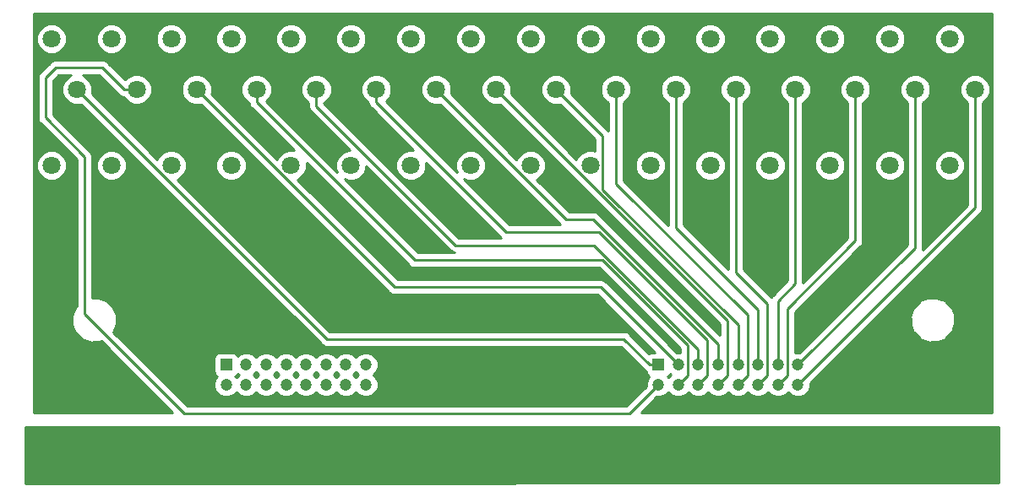
<source format=gbr>
G04 #@! TF.GenerationSoftware,KiCad,Pcbnew,(5.0.0)*
G04 #@! TF.CreationDate,2019-02-27T09:55:35+01:00*
G04 #@! TF.ProjectId,Potentiometer_mount_16LED,506F74656E74696F6D657465725F6D6F,rev?*
G04 #@! TF.SameCoordinates,Original*
G04 #@! TF.FileFunction,Copper,L2,Bot,Signal*
G04 #@! TF.FilePolarity,Positive*
%FSLAX46Y46*%
G04 Gerber Fmt 4.6, Leading zero omitted, Abs format (unit mm)*
G04 Created by KiCad (PCBNEW (5.0.0)) date 02/27/19 09:55:35*
%MOMM*%
%LPD*%
G01*
G04 APERTURE LIST*
G04 #@! TA.AperFunction,ComponentPad*
%ADD10C,1.800000*%
G04 #@! TD*
G04 #@! TA.AperFunction,ComponentPad*
%ADD11R,1.200000X1.200000*%
G04 #@! TD*
G04 #@! TA.AperFunction,ComponentPad*
%ADD12C,1.200000*%
G04 #@! TD*
G04 #@! TA.AperFunction,Conductor*
%ADD13C,0.250000*%
G04 #@! TD*
G04 #@! TA.AperFunction,NonConductor*
%ADD14C,0.254000*%
G04 #@! TD*
G04 APERTURE END LIST*
D10*
G04 #@! TO.P, LED 11,1*
G04 #@! TO.N,Net-(RV11-Pad1)*
X80000000Y-60000000D03*
G04 #@! TO.P, LED 11,2*
G04 #@! TO.N,Net-(J2-Pad11)*
X82540000Y-52380000D03*
G04 #@! TO.P, LED 11,3*
G04 #@! TO.N,Net-(J1-Pad11)*
X80000000Y-47300000D03*
G04 #@! TD*
G04 #@! TO.P,LED 1,3*
G04 #@! TO.N,Net-(J1-Pad1)*
X20000000Y-47300000D03*
G04 #@! TO.P,LED 1,2*
G04 #@! TO.N,Net-(J2-Pad1)*
X22540000Y-52380000D03*
G04 #@! TO.P,LED 1,1*
G04 #@! TO.N,Net-(RV1-Pad1)*
X20000000Y-60000000D03*
G04 #@! TD*
G04 #@! TO.P,LED 2,1*
G04 #@! TO.N,Net-(RV2-Pad1)*
X26000000Y-60000000D03*
G04 #@! TO.P,LED 2,2*
G04 #@! TO.N,Net-(J2-Pad2)*
X28540000Y-52380000D03*
G04 #@! TO.P,LED 2,3*
G04 #@! TO.N,Net-(J1-Pad2)*
X26000000Y-47300000D03*
G04 #@! TD*
G04 #@! TO.P,LED 3,3*
G04 #@! TO.N,Net-(J1-Pad3)*
X32000000Y-47300000D03*
G04 #@! TO.P,LED 3,2*
G04 #@! TO.N,Net-(J2-Pad3)*
X34540000Y-52380000D03*
G04 #@! TO.P,LED 3,1*
G04 #@! TO.N,Net-(RV3-Pad1)*
X32000000Y-60000000D03*
G04 #@! TD*
G04 #@! TO.P,LED 4,1*
G04 #@! TO.N,Net-(RV4-Pad1)*
X38000000Y-60000000D03*
G04 #@! TO.P,LED 4,2*
G04 #@! TO.N,Net-(J2-Pad4)*
X40540000Y-52380000D03*
G04 #@! TO.P,LED 4,3*
G04 #@! TO.N,Net-(J1-Pad4)*
X38000000Y-47300000D03*
G04 #@! TD*
G04 #@! TO.P,LED 5,1*
G04 #@! TO.N,Net-(RV5-Pad1)*
X44000000Y-60000000D03*
G04 #@! TO.P,LED 5,2*
G04 #@! TO.N,Net-(J2-Pad5)*
X46540000Y-52380000D03*
G04 #@! TO.P,LED 5,3*
G04 #@! TO.N,Net-(J1-Pad5)*
X44000000Y-47300000D03*
G04 #@! TD*
G04 #@! TO.P,LED 6,3*
G04 #@! TO.N,Net-(J1-Pad6)*
X50000000Y-47300000D03*
G04 #@! TO.P,LED 6,2*
G04 #@! TO.N,Net-(J2-Pad6)*
X52540000Y-52380000D03*
G04 #@! TO.P,LED 6,1*
G04 #@! TO.N,Net-(RV6-Pad1)*
X50000000Y-60000000D03*
G04 #@! TD*
G04 #@! TO.P,LED 7,1*
G04 #@! TO.N,Net-(RV7-Pad1)*
X56000000Y-60000000D03*
G04 #@! TO.P,LED 7,2*
G04 #@! TO.N,Net-(J2-Pad7)*
X58540000Y-52380000D03*
G04 #@! TO.P,LED 7,3*
G04 #@! TO.N,Net-(J1-Pad7)*
X56000000Y-47300000D03*
G04 #@! TD*
G04 #@! TO.P,LED 8,3*
G04 #@! TO.N,Net-(J1-Pad8)*
X62000000Y-47300000D03*
G04 #@! TO.P,LED 8,2*
G04 #@! TO.N,Net-(J2-Pad8)*
X64540000Y-52380000D03*
G04 #@! TO.P,LED 8,1*
G04 #@! TO.N,Net-(RV8-Pad1)*
X62000000Y-60000000D03*
G04 #@! TD*
G04 #@! TO.P,LED 9,1*
G04 #@! TO.N,Net-(RV9-Pad1)*
X68000000Y-60000000D03*
G04 #@! TO.P,LED 9,2*
G04 #@! TO.N,Net-(J2-Pad9)*
X70540000Y-52380000D03*
G04 #@! TO.P,LED 9,3*
G04 #@! TO.N,Net-(J1-Pad9)*
X68000000Y-47300000D03*
G04 #@! TD*
G04 #@! TO.P,LED 10,3*
G04 #@! TO.N,Net-(J1-Pad10)*
X74000000Y-47300000D03*
G04 #@! TO.P,LED 10,2*
G04 #@! TO.N,Net-(J2-Pad10)*
X76540000Y-52380000D03*
G04 #@! TO.P,LED 10,1*
G04 #@! TO.N,Net-(RV10-Pad1)*
X74000000Y-60000000D03*
G04 #@! TD*
G04 #@! TO.P,LED 12,1*
G04 #@! TO.N,Net-(RV12-Pad1)*
X86000000Y-60000000D03*
G04 #@! TO.P,LED 12,2*
G04 #@! TO.N,Net-(J2-Pad12)*
X88540000Y-52380000D03*
G04 #@! TO.P,LED 12,3*
G04 #@! TO.N,Net-(J1-Pad12)*
X86000000Y-47300000D03*
G04 #@! TD*
G04 #@! TO.P,LED 13,1*
G04 #@! TO.N,Net-(RV13-Pad1)*
X92000000Y-60000000D03*
G04 #@! TO.P,LED 13,2*
G04 #@! TO.N,Net-(J2-Pad13)*
X94540000Y-52380000D03*
G04 #@! TO.P,LED 13,3*
G04 #@! TO.N,Net-(J1-Pad13)*
X92000000Y-47300000D03*
G04 #@! TD*
G04 #@! TO.P,LED 14,3*
G04 #@! TO.N,Net-(J1-Pad14)*
X98000000Y-47300000D03*
G04 #@! TO.P,LED 14,2*
G04 #@! TO.N,Net-(J2-Pad14)*
X100540000Y-52380000D03*
G04 #@! TO.P,LED 14,1*
G04 #@! TO.N,Net-(RV14-Pad1)*
X98000000Y-60000000D03*
G04 #@! TD*
G04 #@! TO.P,LED 15,1*
G04 #@! TO.N,Net-(RV15-Pad1)*
X104000000Y-60000000D03*
G04 #@! TO.P,LED 15,2*
G04 #@! TO.N,Net-(J2-Pad15)*
X106540000Y-52380000D03*
G04 #@! TO.P,LED 15,3*
G04 #@! TO.N,Net-(J1-Pad15)*
X104000000Y-47300000D03*
G04 #@! TD*
G04 #@! TO.P,LED 16,3*
G04 #@! TO.N,Net-(J1-Pad16)*
X110000000Y-47300000D03*
G04 #@! TO.P,LED 16,2*
G04 #@! TO.N,Net-(J2-Pad16)*
X112540000Y-52380000D03*
G04 #@! TO.P,LED 16,1*
G04 #@! TO.N,Net-(RV16-Pad1)*
X110000000Y-60000000D03*
G04 #@! TD*
D11*
G04 #@! TO.P,From Stimulator,1*
G04 #@! TO.N,Net-(J1-Pad1)*
X37500000Y-80000000D03*
D12*
G04 #@! TO.P,From Stimulator,3*
G04 #@! TO.N,Net-(J1-Pad3)*
X39500000Y-80000000D03*
G04 #@! TO.P,From Stimulator,5*
G04 #@! TO.N,Net-(J1-Pad5)*
X41500000Y-80000000D03*
G04 #@! TO.P,From Stimulator,7*
G04 #@! TO.N,Net-(J1-Pad7)*
X43500000Y-80000000D03*
G04 #@! TO.P,From Stimulator,9*
G04 #@! TO.N,Net-(J1-Pad9)*
X45500000Y-80000000D03*
G04 #@! TO.P,From Stimulator,11*
G04 #@! TO.N,Net-(J1-Pad11)*
X47500000Y-80000000D03*
G04 #@! TO.P,From Stimulator,13*
G04 #@! TO.N,Net-(J1-Pad13)*
X49500000Y-80000000D03*
G04 #@! TO.P,From Stimulator,15*
G04 #@! TO.N,Net-(J1-Pad15)*
X51500000Y-80000000D03*
G04 #@! TO.P,From Stimulator,2*
G04 #@! TO.N,Net-(J1-Pad2)*
X37500000Y-82000000D03*
G04 #@! TO.P,From Stimulator,4*
G04 #@! TO.N,Net-(J1-Pad4)*
X39500000Y-82000000D03*
G04 #@! TO.P,From Stimulator,6*
G04 #@! TO.N,Net-(J1-Pad6)*
X41500000Y-82000000D03*
G04 #@! TO.P,From Stimulator,8*
G04 #@! TO.N,Net-(J1-Pad8)*
X43500000Y-82000000D03*
G04 #@! TO.P,From Stimulator,10*
G04 #@! TO.N,Net-(J1-Pad10)*
X45500000Y-82000000D03*
G04 #@! TO.P,From Stimulator,12*
G04 #@! TO.N,Net-(J1-Pad12)*
X47500000Y-82000000D03*
G04 #@! TO.P,From Stimulator,14*
G04 #@! TO.N,Net-(J1-Pad14)*
X49500000Y-82000000D03*
G04 #@! TO.P,From Stimulator,16*
G04 #@! TO.N,Net-(J1-Pad16)*
X51500000Y-82000000D03*
G04 #@! TD*
G04 #@! TO.P,To LED,16*
G04 #@! TO.N,Net-(J2-Pad16)*
X94800000Y-82000000D03*
G04 #@! TO.P,To LED,14*
G04 #@! TO.N,Net-(J2-Pad14)*
X92800000Y-82000000D03*
G04 #@! TO.P,To LED,12*
G04 #@! TO.N,Net-(J2-Pad12)*
X90800000Y-82000000D03*
G04 #@! TO.P,To LED,10*
G04 #@! TO.N,Net-(J2-Pad10)*
X88800000Y-82000000D03*
G04 #@! TO.P,To LED,8*
G04 #@! TO.N,Net-(J2-Pad8)*
X86800000Y-82000000D03*
G04 #@! TO.P,To LED,6*
G04 #@! TO.N,Net-(J2-Pad6)*
X84800000Y-82000000D03*
G04 #@! TO.P,To LED,4*
G04 #@! TO.N,Net-(J2-Pad4)*
X82800000Y-82000000D03*
G04 #@! TO.P,To LED,2*
G04 #@! TO.N,Net-(J2-Pad2)*
X80800000Y-82000000D03*
G04 #@! TO.P,To LED,15*
G04 #@! TO.N,Net-(J2-Pad15)*
X94800000Y-80000000D03*
G04 #@! TO.P,To LED,13*
G04 #@! TO.N,Net-(J2-Pad13)*
X92800000Y-80000000D03*
G04 #@! TO.P,To LED,11*
G04 #@! TO.N,Net-(J2-Pad11)*
X90800000Y-80000000D03*
G04 #@! TO.P,To LED,9*
G04 #@! TO.N,Net-(J2-Pad9)*
X88800000Y-80000000D03*
G04 #@! TO.P,To LED,7*
G04 #@! TO.N,Net-(J2-Pad7)*
X86800000Y-80000000D03*
G04 #@! TO.P,To LED,5*
G04 #@! TO.N,Net-(J2-Pad5)*
X84800000Y-80000000D03*
G04 #@! TO.P,To LED,3*
G04 #@! TO.N,Net-(J2-Pad3)*
X82800000Y-80000000D03*
D11*
G04 #@! TO.P,To LED,1*
G04 #@! TO.N,Net-(J2-Pad1)*
X80800000Y-80000000D03*
G04 #@! TD*
D13*
G04 #@! TO.N,Net-(J2-Pad4)*
X40540000Y-53652792D02*
X56400000Y-69512792D01*
X40540000Y-52380000D02*
X40540000Y-53652792D01*
X56400000Y-69512792D02*
X75212792Y-69512792D01*
X83399999Y-81400001D02*
X82800000Y-82000000D01*
X83725001Y-81074999D02*
X83399999Y-81400001D01*
X83725001Y-78025001D02*
X83725001Y-81074999D01*
X75212792Y-69512792D02*
X83725001Y-78025001D01*
G04 #@! TO.N,Net-(J2-Pad3)*
X82200001Y-79400001D02*
X82800000Y-80000000D01*
X75000000Y-72200000D02*
X82200001Y-79400001D01*
X54360000Y-72200000D02*
X75000000Y-72200000D01*
X34540000Y-52380000D02*
X54360000Y-72200000D01*
G04 #@! TO.N,Net-(J2-Pad2)*
X77900000Y-84900000D02*
X80800000Y-82000000D01*
X33300000Y-84900000D02*
X77900000Y-84900000D01*
X23300000Y-74900000D02*
X33300000Y-84900000D01*
X23300000Y-59113002D02*
X23300000Y-74900000D01*
X28540000Y-52380000D02*
X27267208Y-52380000D01*
X25087208Y-50200000D02*
X20400000Y-50200000D01*
X20400000Y-50200000D02*
X19400000Y-51200000D01*
X19400000Y-51200000D02*
X19400000Y-55213002D01*
X27267208Y-52380000D02*
X25087208Y-50200000D01*
X19400000Y-55213002D02*
X23300000Y-59113002D01*
G04 #@! TO.N,Net-(J2-Pad1)*
X79950000Y-80000000D02*
X80800000Y-80000000D01*
X77350000Y-77400000D02*
X79950000Y-80000000D01*
X47560000Y-77400000D02*
X77350000Y-77400000D01*
X22540000Y-52380000D02*
X47560000Y-77400000D01*
G04 #@! TO.N,Net-(J2-Pad5)*
X46540000Y-52380000D02*
X46540000Y-54040000D01*
X46540000Y-54040000D02*
X60500000Y-68000000D01*
X84800000Y-79151472D02*
X84800000Y-80000000D01*
X84800000Y-78463590D02*
X84800000Y-79151472D01*
X74336410Y-68000000D02*
X84800000Y-78463590D01*
X60500000Y-68000000D02*
X74336410Y-68000000D01*
G04 #@! TO.N,Net-(J2-Pad7)*
X58540000Y-52380000D02*
X71560000Y-65400000D01*
X86800000Y-79151472D02*
X86800000Y-80000000D01*
X86800000Y-77963590D02*
X86800000Y-79151472D01*
X74236410Y-65400000D02*
X86800000Y-77963590D01*
X71560000Y-65400000D02*
X74236410Y-65400000D01*
G04 #@! TO.N,Net-(J2-Pad9)*
X88800000Y-79151472D02*
X88800000Y-80000000D01*
X88800000Y-76003590D02*
X88800000Y-79151472D01*
X75225001Y-62428591D02*
X88800000Y-76003590D01*
X75225001Y-57065001D02*
X75225001Y-62428591D01*
X70540000Y-52380000D02*
X75225001Y-57065001D01*
G04 #@! TO.N,Net-(J2-Pad11)*
X82540000Y-52380000D02*
X82540000Y-66240000D01*
X90800000Y-74500000D02*
X90800000Y-80000000D01*
X82540000Y-66240000D02*
X90800000Y-74500000D01*
G04 #@! TO.N,Net-(J2-Pad13)*
X94540000Y-71860000D02*
X94540000Y-52380000D01*
X92800000Y-73600000D02*
X94540000Y-71860000D01*
X92800000Y-80000000D02*
X92800000Y-73600000D01*
G04 #@! TO.N,Net-(J2-Pad15)*
X106540000Y-68260000D02*
X94800000Y-80000000D01*
X106540000Y-52380000D02*
X106540000Y-68260000D01*
G04 #@! TO.N,Net-(J2-Pad6)*
X52540000Y-53652792D02*
X65587208Y-66700000D01*
X52540000Y-52380000D02*
X52540000Y-53652792D01*
X65587208Y-66700000D02*
X74900000Y-66700000D01*
X85399999Y-81400001D02*
X84800000Y-82000000D01*
X85725001Y-81074999D02*
X85399999Y-81400001D01*
X85725001Y-77525001D02*
X85725001Y-81074999D01*
X74900000Y-66700000D02*
X85725001Y-77525001D01*
G04 #@! TO.N,Net-(J2-Pad8)*
X87399999Y-81400001D02*
X86800000Y-82000000D01*
X87725001Y-81074999D02*
X87399999Y-81400001D01*
X87725001Y-75565001D02*
X87725001Y-81074999D01*
X64540000Y-52380000D02*
X87725001Y-75565001D01*
G04 #@! TO.N,Net-(J2-Pad10)*
X76540000Y-52380000D02*
X76540000Y-61840000D01*
X89399999Y-81400001D02*
X88800000Y-82000000D01*
X89725001Y-81074999D02*
X89399999Y-81400001D01*
X89725001Y-75025001D02*
X89725001Y-81074999D01*
X76540000Y-61840000D02*
X89725001Y-75025001D01*
G04 #@! TO.N,Net-(J2-Pad12)*
X88540000Y-52380000D02*
X88540000Y-70740000D01*
X91399999Y-81400001D02*
X90800000Y-82000000D01*
X91725001Y-81074999D02*
X91399999Y-81400001D01*
X91725001Y-73925001D02*
X91725001Y-81074999D01*
X88540000Y-70740000D02*
X91725001Y-73925001D01*
G04 #@! TO.N,Net-(J2-Pad14)*
X100540000Y-52380000D02*
X100540000Y-67560000D01*
X93399999Y-81400001D02*
X92800000Y-82000000D01*
X93725001Y-81074999D02*
X93399999Y-81400001D01*
X93725001Y-74374999D02*
X93725001Y-81074999D01*
X100540000Y-67560000D02*
X93725001Y-74374999D01*
G04 #@! TO.N,Net-(J2-Pad16)*
X112540000Y-64260000D02*
X94800000Y-82000000D01*
X112540000Y-52380000D02*
X112540000Y-64260000D01*
G04 #@! TD*
D14*
G36*
X17427612Y-86235000D02*
X17500000Y-86249399D01*
X17572388Y-86235000D01*
X114873000Y-86235000D01*
X114873000Y-91873110D01*
X17405519Y-91957755D01*
X17405519Y-86230605D01*
X17427612Y-86235000D01*
X17427612Y-86235000D01*
G37*
X17427612Y-86235000D02*
X17500000Y-86249399D01*
X17572388Y-86235000D01*
X114873000Y-86235000D01*
X114873000Y-91873110D01*
X17405519Y-91957755D01*
X17405519Y-86230605D01*
X17427612Y-86235000D01*
G36*
X114265001Y-84765000D02*
X79109801Y-84765000D01*
X80639803Y-83235000D01*
X81045657Y-83235000D01*
X81499571Y-83046982D01*
X81800000Y-82746553D01*
X82100429Y-83046982D01*
X82554343Y-83235000D01*
X83045657Y-83235000D01*
X83499571Y-83046982D01*
X83800000Y-82746553D01*
X84100429Y-83046982D01*
X84554343Y-83235000D01*
X85045657Y-83235000D01*
X85499571Y-83046982D01*
X85800000Y-82746553D01*
X86100429Y-83046982D01*
X86554343Y-83235000D01*
X87045657Y-83235000D01*
X87499571Y-83046982D01*
X87800000Y-82746553D01*
X88100429Y-83046982D01*
X88554343Y-83235000D01*
X89045657Y-83235000D01*
X89499571Y-83046982D01*
X89800000Y-82746553D01*
X90100429Y-83046982D01*
X90554343Y-83235000D01*
X91045657Y-83235000D01*
X91499571Y-83046982D01*
X91800000Y-82746553D01*
X92100429Y-83046982D01*
X92554343Y-83235000D01*
X93045657Y-83235000D01*
X93499571Y-83046982D01*
X93800000Y-82746553D01*
X94100429Y-83046982D01*
X94554343Y-83235000D01*
X95045657Y-83235000D01*
X95499571Y-83046982D01*
X95846982Y-82699571D01*
X96035000Y-82245657D01*
X96035000Y-81839801D01*
X102782455Y-75092346D01*
X106057974Y-75092346D01*
X106065000Y-75518390D01*
X106065000Y-75944569D01*
X106072320Y-75962240D01*
X106072635Y-75981363D01*
X106384640Y-76734610D01*
X106394347Y-76739682D01*
X106405259Y-76766026D01*
X107033974Y-77394741D01*
X107060318Y-77405653D01*
X107065390Y-77415360D01*
X107461708Y-77571914D01*
X107855431Y-77735000D01*
X107874560Y-77735000D01*
X107892346Y-77742026D01*
X108318390Y-77735000D01*
X108744569Y-77735000D01*
X108762240Y-77727680D01*
X108781363Y-77727365D01*
X109534610Y-77415360D01*
X109539682Y-77405653D01*
X109566026Y-77394741D01*
X110194741Y-76766026D01*
X110205653Y-76739682D01*
X110215360Y-76734610D01*
X110371914Y-76338292D01*
X110535000Y-75944569D01*
X110535000Y-75925440D01*
X110542026Y-75907654D01*
X110535000Y-75481610D01*
X110535000Y-75055431D01*
X110527680Y-75037760D01*
X110527365Y-75018637D01*
X110215360Y-74265390D01*
X110205653Y-74260318D01*
X110194741Y-74233974D01*
X109566026Y-73605259D01*
X109539682Y-73594347D01*
X109534610Y-73584640D01*
X109138292Y-73428086D01*
X108744569Y-73265000D01*
X108725440Y-73265000D01*
X108707654Y-73257974D01*
X108281610Y-73265000D01*
X107855431Y-73265000D01*
X107837760Y-73272320D01*
X107818637Y-73272635D01*
X107065390Y-73584640D01*
X107060318Y-73594347D01*
X107033974Y-73605259D01*
X106405259Y-74233974D01*
X106394347Y-74260318D01*
X106384640Y-74265390D01*
X106228086Y-74661708D01*
X106065000Y-75055431D01*
X106065000Y-75074560D01*
X106057974Y-75092346D01*
X102782455Y-75092346D01*
X113024473Y-64850329D01*
X113087929Y-64807929D01*
X113255904Y-64556537D01*
X113300000Y-64334852D01*
X113300000Y-64334848D01*
X113314888Y-64260000D01*
X113300000Y-64185152D01*
X113300000Y-53726669D01*
X113409507Y-53681310D01*
X113841310Y-53249507D01*
X114075000Y-52685330D01*
X114075000Y-52074670D01*
X113841310Y-51510493D01*
X113409507Y-51078690D01*
X112845330Y-50845000D01*
X112234670Y-50845000D01*
X111670493Y-51078690D01*
X111238690Y-51510493D01*
X111005000Y-52074670D01*
X111005000Y-52685330D01*
X111238690Y-53249507D01*
X111670493Y-53681310D01*
X111780000Y-53726669D01*
X111780001Y-63945197D01*
X107277567Y-68447632D01*
X107300000Y-68334852D01*
X107300000Y-68334848D01*
X107314888Y-68260001D01*
X107300000Y-68185154D01*
X107300000Y-59694670D01*
X108465000Y-59694670D01*
X108465000Y-60305330D01*
X108698690Y-60869507D01*
X109130493Y-61301310D01*
X109694670Y-61535000D01*
X110305330Y-61535000D01*
X110869507Y-61301310D01*
X111301310Y-60869507D01*
X111535000Y-60305330D01*
X111535000Y-59694670D01*
X111301310Y-59130493D01*
X110869507Y-58698690D01*
X110305330Y-58465000D01*
X109694670Y-58465000D01*
X109130493Y-58698690D01*
X108698690Y-59130493D01*
X108465000Y-59694670D01*
X107300000Y-59694670D01*
X107300000Y-53726669D01*
X107409507Y-53681310D01*
X107841310Y-53249507D01*
X108075000Y-52685330D01*
X108075000Y-52074670D01*
X107841310Y-51510493D01*
X107409507Y-51078690D01*
X106845330Y-50845000D01*
X106234670Y-50845000D01*
X105670493Y-51078690D01*
X105238690Y-51510493D01*
X105005000Y-52074670D01*
X105005000Y-52685330D01*
X105238690Y-53249507D01*
X105670493Y-53681310D01*
X105780000Y-53726669D01*
X105780001Y-67945197D01*
X94960199Y-78765000D01*
X94554343Y-78765000D01*
X94485001Y-78793722D01*
X94485001Y-74689800D01*
X101024473Y-68150329D01*
X101087929Y-68107929D01*
X101255904Y-67856537D01*
X101300000Y-67634852D01*
X101300000Y-67634848D01*
X101314888Y-67560001D01*
X101300000Y-67485154D01*
X101300000Y-59694670D01*
X102465000Y-59694670D01*
X102465000Y-60305330D01*
X102698690Y-60869507D01*
X103130493Y-61301310D01*
X103694670Y-61535000D01*
X104305330Y-61535000D01*
X104869507Y-61301310D01*
X105301310Y-60869507D01*
X105535000Y-60305330D01*
X105535000Y-59694670D01*
X105301310Y-59130493D01*
X104869507Y-58698690D01*
X104305330Y-58465000D01*
X103694670Y-58465000D01*
X103130493Y-58698690D01*
X102698690Y-59130493D01*
X102465000Y-59694670D01*
X101300000Y-59694670D01*
X101300000Y-53726669D01*
X101409507Y-53681310D01*
X101841310Y-53249507D01*
X102075000Y-52685330D01*
X102075000Y-52074670D01*
X101841310Y-51510493D01*
X101409507Y-51078690D01*
X100845330Y-50845000D01*
X100234670Y-50845000D01*
X99670493Y-51078690D01*
X99238690Y-51510493D01*
X99005000Y-52074670D01*
X99005000Y-52685330D01*
X99238690Y-53249507D01*
X99670493Y-53681310D01*
X99780000Y-53726669D01*
X99780001Y-67245197D01*
X95300000Y-71725199D01*
X95300000Y-59694670D01*
X96465000Y-59694670D01*
X96465000Y-60305330D01*
X96698690Y-60869507D01*
X97130493Y-61301310D01*
X97694670Y-61535000D01*
X98305330Y-61535000D01*
X98869507Y-61301310D01*
X99301310Y-60869507D01*
X99535000Y-60305330D01*
X99535000Y-59694670D01*
X99301310Y-59130493D01*
X98869507Y-58698690D01*
X98305330Y-58465000D01*
X97694670Y-58465000D01*
X97130493Y-58698690D01*
X96698690Y-59130493D01*
X96465000Y-59694670D01*
X95300000Y-59694670D01*
X95300000Y-53726669D01*
X95409507Y-53681310D01*
X95841310Y-53249507D01*
X96075000Y-52685330D01*
X96075000Y-52074670D01*
X95841310Y-51510493D01*
X95409507Y-51078690D01*
X94845330Y-50845000D01*
X94234670Y-50845000D01*
X93670493Y-51078690D01*
X93238690Y-51510493D01*
X93005000Y-52074670D01*
X93005000Y-52685330D01*
X93238690Y-53249507D01*
X93670493Y-53681310D01*
X93780001Y-53726670D01*
X93780000Y-71545198D01*
X92315528Y-73009671D01*
X92252072Y-73052071D01*
X92209672Y-73115527D01*
X92209671Y-73115528D01*
X92121815Y-73247013D01*
X89300000Y-70425199D01*
X89300000Y-59694670D01*
X90465000Y-59694670D01*
X90465000Y-60305330D01*
X90698690Y-60869507D01*
X91130493Y-61301310D01*
X91694670Y-61535000D01*
X92305330Y-61535000D01*
X92869507Y-61301310D01*
X93301310Y-60869507D01*
X93535000Y-60305330D01*
X93535000Y-59694670D01*
X93301310Y-59130493D01*
X92869507Y-58698690D01*
X92305330Y-58465000D01*
X91694670Y-58465000D01*
X91130493Y-58698690D01*
X90698690Y-59130493D01*
X90465000Y-59694670D01*
X89300000Y-59694670D01*
X89300000Y-53726669D01*
X89409507Y-53681310D01*
X89841310Y-53249507D01*
X90075000Y-52685330D01*
X90075000Y-52074670D01*
X89841310Y-51510493D01*
X89409507Y-51078690D01*
X88845330Y-50845000D01*
X88234670Y-50845000D01*
X87670493Y-51078690D01*
X87238690Y-51510493D01*
X87005000Y-52074670D01*
X87005000Y-52685330D01*
X87238690Y-53249507D01*
X87670493Y-53681310D01*
X87780000Y-53726669D01*
X87780001Y-70405199D01*
X83300000Y-65925199D01*
X83300000Y-59694670D01*
X84465000Y-59694670D01*
X84465000Y-60305330D01*
X84698690Y-60869507D01*
X85130493Y-61301310D01*
X85694670Y-61535000D01*
X86305330Y-61535000D01*
X86869507Y-61301310D01*
X87301310Y-60869507D01*
X87535000Y-60305330D01*
X87535000Y-59694670D01*
X87301310Y-59130493D01*
X86869507Y-58698690D01*
X86305330Y-58465000D01*
X85694670Y-58465000D01*
X85130493Y-58698690D01*
X84698690Y-59130493D01*
X84465000Y-59694670D01*
X83300000Y-59694670D01*
X83300000Y-53726669D01*
X83409507Y-53681310D01*
X83841310Y-53249507D01*
X84075000Y-52685330D01*
X84075000Y-52074670D01*
X83841310Y-51510493D01*
X83409507Y-51078690D01*
X82845330Y-50845000D01*
X82234670Y-50845000D01*
X81670493Y-51078690D01*
X81238690Y-51510493D01*
X81005000Y-52074670D01*
X81005000Y-52685330D01*
X81238690Y-53249507D01*
X81670493Y-53681310D01*
X81780000Y-53726669D01*
X81780001Y-66005200D01*
X77300000Y-61525199D01*
X77300000Y-59694670D01*
X78465000Y-59694670D01*
X78465000Y-60305330D01*
X78698690Y-60869507D01*
X79130493Y-61301310D01*
X79694670Y-61535000D01*
X80305330Y-61535000D01*
X80869507Y-61301310D01*
X81301310Y-60869507D01*
X81535000Y-60305330D01*
X81535000Y-59694670D01*
X81301310Y-59130493D01*
X80869507Y-58698690D01*
X80305330Y-58465000D01*
X79694670Y-58465000D01*
X79130493Y-58698690D01*
X78698690Y-59130493D01*
X78465000Y-59694670D01*
X77300000Y-59694670D01*
X77300000Y-53726669D01*
X77409507Y-53681310D01*
X77841310Y-53249507D01*
X78075000Y-52685330D01*
X78075000Y-52074670D01*
X77841310Y-51510493D01*
X77409507Y-51078690D01*
X76845330Y-50845000D01*
X76234670Y-50845000D01*
X75670493Y-51078690D01*
X75238690Y-51510493D01*
X75005000Y-52074670D01*
X75005000Y-52685330D01*
X75238690Y-53249507D01*
X75670493Y-53681310D01*
X75780000Y-53726669D01*
X75780000Y-56527654D01*
X75772930Y-56517072D01*
X75709474Y-56474672D01*
X72029640Y-52794839D01*
X72075000Y-52685330D01*
X72075000Y-52074670D01*
X71841310Y-51510493D01*
X71409507Y-51078690D01*
X70845330Y-50845000D01*
X70234670Y-50845000D01*
X69670493Y-51078690D01*
X69238690Y-51510493D01*
X69005000Y-52074670D01*
X69005000Y-52685330D01*
X69238690Y-53249507D01*
X69670493Y-53681310D01*
X70234670Y-53915000D01*
X70845330Y-53915000D01*
X70954839Y-53869640D01*
X74465001Y-57379803D01*
X74465001Y-58531138D01*
X74305330Y-58465000D01*
X73694670Y-58465000D01*
X73130493Y-58698690D01*
X72698690Y-59130493D01*
X72601041Y-59366239D01*
X66029640Y-52794839D01*
X66075000Y-52685330D01*
X66075000Y-52074670D01*
X65841310Y-51510493D01*
X65409507Y-51078690D01*
X64845330Y-50845000D01*
X64234670Y-50845000D01*
X63670493Y-51078690D01*
X63238690Y-51510493D01*
X63005000Y-52074670D01*
X63005000Y-52685330D01*
X63238690Y-53249507D01*
X63670493Y-53681310D01*
X64234670Y-53915000D01*
X64845330Y-53915000D01*
X64954839Y-53869640D01*
X86965001Y-75879803D01*
X86965001Y-77053788D01*
X74826741Y-64915530D01*
X74784339Y-64852071D01*
X74532947Y-64684096D01*
X74311262Y-64640000D01*
X74311257Y-64640000D01*
X74236410Y-64625112D01*
X74161563Y-64640000D01*
X71874802Y-64640000D01*
X68633761Y-61398959D01*
X68869507Y-61301310D01*
X69301310Y-60869507D01*
X69535000Y-60305330D01*
X69535000Y-59694670D01*
X69301310Y-59130493D01*
X68869507Y-58698690D01*
X68305330Y-58465000D01*
X67694670Y-58465000D01*
X67130493Y-58698690D01*
X66698690Y-59130493D01*
X66601041Y-59366239D01*
X60029640Y-52794839D01*
X60075000Y-52685330D01*
X60075000Y-52074670D01*
X59841310Y-51510493D01*
X59409507Y-51078690D01*
X58845330Y-50845000D01*
X58234670Y-50845000D01*
X57670493Y-51078690D01*
X57238690Y-51510493D01*
X57005000Y-52074670D01*
X57005000Y-52685330D01*
X57238690Y-53249507D01*
X57670493Y-53681310D01*
X58234670Y-53915000D01*
X58845330Y-53915000D01*
X58954839Y-53869640D01*
X70969670Y-65884472D01*
X71006773Y-65940000D01*
X65902010Y-65940000D01*
X61357242Y-61395233D01*
X61694670Y-61535000D01*
X62305330Y-61535000D01*
X62869507Y-61301310D01*
X63301310Y-60869507D01*
X63535000Y-60305330D01*
X63535000Y-59694670D01*
X63301310Y-59130493D01*
X62869507Y-58698690D01*
X62305330Y-58465000D01*
X61694670Y-58465000D01*
X61130493Y-58698690D01*
X60698690Y-59130493D01*
X60465000Y-59694670D01*
X60465000Y-60305330D01*
X60604767Y-60642758D01*
X53526413Y-53564404D01*
X53841310Y-53249507D01*
X54075000Y-52685330D01*
X54075000Y-52074670D01*
X53841310Y-51510493D01*
X53409507Y-51078690D01*
X52845330Y-50845000D01*
X52234670Y-50845000D01*
X51670493Y-51078690D01*
X51238690Y-51510493D01*
X51005000Y-52074670D01*
X51005000Y-52685330D01*
X51238690Y-53249507D01*
X51670493Y-53681310D01*
X51779790Y-53726582D01*
X51824097Y-53949329D01*
X51884682Y-54040000D01*
X51992072Y-54200721D01*
X52055528Y-54243121D01*
X56277407Y-58465000D01*
X55694670Y-58465000D01*
X55130493Y-58698690D01*
X54698690Y-59130493D01*
X54465000Y-59694670D01*
X54465000Y-60305330D01*
X54698690Y-60869507D01*
X55130493Y-61301310D01*
X55694670Y-61535000D01*
X56305330Y-61535000D01*
X56869507Y-61301310D01*
X57301310Y-60869507D01*
X57535000Y-60305330D01*
X57535000Y-59722593D01*
X64996878Y-67184472D01*
X65033981Y-67240000D01*
X60814803Y-67240000D01*
X47301040Y-53726239D01*
X47409507Y-53681310D01*
X47841310Y-53249507D01*
X48075000Y-52685330D01*
X48075000Y-52074670D01*
X47841310Y-51510493D01*
X47409507Y-51078690D01*
X46845330Y-50845000D01*
X46234670Y-50845000D01*
X45670493Y-51078690D01*
X45238690Y-51510493D01*
X45005000Y-52074670D01*
X45005000Y-52685330D01*
X45238690Y-53249507D01*
X45670493Y-53681310D01*
X45780001Y-53726670D01*
X45780001Y-53965149D01*
X45765112Y-54040000D01*
X45824097Y-54336537D01*
X45891969Y-54438114D01*
X45992072Y-54587929D01*
X46055528Y-54630329D01*
X49890198Y-58465000D01*
X49694670Y-58465000D01*
X49130493Y-58698690D01*
X48698690Y-59130493D01*
X48465000Y-59694670D01*
X48465000Y-60305330D01*
X48604767Y-60642758D01*
X41526413Y-53564404D01*
X41841310Y-53249507D01*
X42075000Y-52685330D01*
X42075000Y-52074670D01*
X41841310Y-51510493D01*
X41409507Y-51078690D01*
X40845330Y-50845000D01*
X40234670Y-50845000D01*
X39670493Y-51078690D01*
X39238690Y-51510493D01*
X39005000Y-52074670D01*
X39005000Y-52685330D01*
X39238690Y-53249507D01*
X39670493Y-53681310D01*
X39779790Y-53726582D01*
X39824097Y-53949329D01*
X39884682Y-54040000D01*
X39992072Y-54200721D01*
X40055528Y-54243121D01*
X44277407Y-58465000D01*
X43694670Y-58465000D01*
X43130493Y-58698690D01*
X42698690Y-59130493D01*
X42601041Y-59366239D01*
X36029640Y-52794839D01*
X36075000Y-52685330D01*
X36075000Y-52074670D01*
X35841310Y-51510493D01*
X35409507Y-51078690D01*
X34845330Y-50845000D01*
X34234670Y-50845000D01*
X33670493Y-51078690D01*
X33238690Y-51510493D01*
X33005000Y-52074670D01*
X33005000Y-52685330D01*
X33238690Y-53249507D01*
X33670493Y-53681310D01*
X34234670Y-53915000D01*
X34845330Y-53915000D01*
X34954839Y-53869640D01*
X53769670Y-72684472D01*
X53812071Y-72747929D01*
X53875527Y-72790329D01*
X54063462Y-72915904D01*
X54111605Y-72925480D01*
X54285148Y-72960000D01*
X54285152Y-72960000D01*
X54360000Y-72974888D01*
X54434848Y-72960000D01*
X74685199Y-72960000D01*
X80477758Y-78752560D01*
X80200000Y-78752560D01*
X79952235Y-78801843D01*
X79876949Y-78852148D01*
X77940331Y-76915530D01*
X77897929Y-76852071D01*
X77646537Y-76684096D01*
X77424852Y-76640000D01*
X77424847Y-76640000D01*
X77350000Y-76625112D01*
X77275153Y-76640000D01*
X47874803Y-76640000D01*
X32633761Y-61398959D01*
X32869507Y-61301310D01*
X33301310Y-60869507D01*
X33535000Y-60305330D01*
X33535000Y-59694670D01*
X36465000Y-59694670D01*
X36465000Y-60305330D01*
X36698690Y-60869507D01*
X37130493Y-61301310D01*
X37694670Y-61535000D01*
X38305330Y-61535000D01*
X38869507Y-61301310D01*
X39301310Y-60869507D01*
X39535000Y-60305330D01*
X39535000Y-59694670D01*
X39301310Y-59130493D01*
X38869507Y-58698690D01*
X38305330Y-58465000D01*
X37694670Y-58465000D01*
X37130493Y-58698690D01*
X36698690Y-59130493D01*
X36465000Y-59694670D01*
X33535000Y-59694670D01*
X33301310Y-59130493D01*
X32869507Y-58698690D01*
X32305330Y-58465000D01*
X31694670Y-58465000D01*
X31130493Y-58698690D01*
X30698690Y-59130493D01*
X30601041Y-59366239D01*
X24029640Y-52794839D01*
X24075000Y-52685330D01*
X24075000Y-52074670D01*
X23841310Y-51510493D01*
X23409507Y-51078690D01*
X23122964Y-50960000D01*
X24772407Y-50960000D01*
X26676878Y-52864472D01*
X26719279Y-52927929D01*
X26970671Y-53095904D01*
X27192356Y-53140000D01*
X27192360Y-53140000D01*
X27193418Y-53140210D01*
X27238690Y-53249507D01*
X27670493Y-53681310D01*
X28234670Y-53915000D01*
X28845330Y-53915000D01*
X29409507Y-53681310D01*
X29841310Y-53249507D01*
X30075000Y-52685330D01*
X30075000Y-52074670D01*
X29841310Y-51510493D01*
X29409507Y-51078690D01*
X28845330Y-50845000D01*
X28234670Y-50845000D01*
X27670493Y-51078690D01*
X27355596Y-51393587D01*
X25677539Y-49715530D01*
X25635137Y-49652071D01*
X25383745Y-49484096D01*
X25162060Y-49440000D01*
X25162055Y-49440000D01*
X25087208Y-49425112D01*
X25012361Y-49440000D01*
X20474848Y-49440000D01*
X20400000Y-49425112D01*
X20325152Y-49440000D01*
X20325148Y-49440000D01*
X20103463Y-49484096D01*
X19852071Y-49652071D01*
X19809671Y-49715527D01*
X18915530Y-50609669D01*
X18852071Y-50652071D01*
X18684096Y-50903464D01*
X18640000Y-51125149D01*
X18640000Y-51125153D01*
X18625112Y-51200000D01*
X18640000Y-51274847D01*
X18640001Y-55138150D01*
X18625112Y-55213002D01*
X18640001Y-55287854D01*
X18684097Y-55509539D01*
X18852072Y-55760931D01*
X18915528Y-55803331D01*
X22540000Y-59427804D01*
X22540001Y-74099232D01*
X22405259Y-74233974D01*
X22394347Y-74260318D01*
X22384640Y-74265390D01*
X22228086Y-74661708D01*
X22065000Y-75055431D01*
X22065000Y-75074560D01*
X22057974Y-75092346D01*
X22065000Y-75518390D01*
X22065000Y-75944569D01*
X22072320Y-75962240D01*
X22072635Y-75981363D01*
X22384640Y-76734610D01*
X22394347Y-76739682D01*
X22405259Y-76766026D01*
X23033974Y-77394741D01*
X23060318Y-77405653D01*
X23065390Y-77415360D01*
X23461708Y-77571914D01*
X23855431Y-77735000D01*
X23874560Y-77735000D01*
X23892346Y-77742026D01*
X24318390Y-77735000D01*
X24744569Y-77735000D01*
X24762240Y-77727680D01*
X24781363Y-77727365D01*
X24973131Y-77647932D01*
X32090198Y-84765000D01*
X18235000Y-84765000D01*
X18235000Y-59694670D01*
X18465000Y-59694670D01*
X18465000Y-60305330D01*
X18698690Y-60869507D01*
X19130493Y-61301310D01*
X19694670Y-61535000D01*
X20305330Y-61535000D01*
X20869507Y-61301310D01*
X21301310Y-60869507D01*
X21535000Y-60305330D01*
X21535000Y-59694670D01*
X21301310Y-59130493D01*
X20869507Y-58698690D01*
X20305330Y-58465000D01*
X19694670Y-58465000D01*
X19130493Y-58698690D01*
X18698690Y-59130493D01*
X18465000Y-59694670D01*
X18235000Y-59694670D01*
X18235000Y-46994670D01*
X18465000Y-46994670D01*
X18465000Y-47605330D01*
X18698690Y-48169507D01*
X19130493Y-48601310D01*
X19694670Y-48835000D01*
X20305330Y-48835000D01*
X20869507Y-48601310D01*
X21301310Y-48169507D01*
X21535000Y-47605330D01*
X21535000Y-46994670D01*
X24465000Y-46994670D01*
X24465000Y-47605330D01*
X24698690Y-48169507D01*
X25130493Y-48601310D01*
X25694670Y-48835000D01*
X26305330Y-48835000D01*
X26869507Y-48601310D01*
X27301310Y-48169507D01*
X27535000Y-47605330D01*
X27535000Y-46994670D01*
X30465000Y-46994670D01*
X30465000Y-47605330D01*
X30698690Y-48169507D01*
X31130493Y-48601310D01*
X31694670Y-48835000D01*
X32305330Y-48835000D01*
X32869507Y-48601310D01*
X33301310Y-48169507D01*
X33535000Y-47605330D01*
X33535000Y-46994670D01*
X36465000Y-46994670D01*
X36465000Y-47605330D01*
X36698690Y-48169507D01*
X37130493Y-48601310D01*
X37694670Y-48835000D01*
X38305330Y-48835000D01*
X38869507Y-48601310D01*
X39301310Y-48169507D01*
X39535000Y-47605330D01*
X39535000Y-46994670D01*
X42465000Y-46994670D01*
X42465000Y-47605330D01*
X42698690Y-48169507D01*
X43130493Y-48601310D01*
X43694670Y-48835000D01*
X44305330Y-48835000D01*
X44869507Y-48601310D01*
X45301310Y-48169507D01*
X45535000Y-47605330D01*
X45535000Y-46994670D01*
X48465000Y-46994670D01*
X48465000Y-47605330D01*
X48698690Y-48169507D01*
X49130493Y-48601310D01*
X49694670Y-48835000D01*
X50305330Y-48835000D01*
X50869507Y-48601310D01*
X51301310Y-48169507D01*
X51535000Y-47605330D01*
X51535000Y-46994670D01*
X54465000Y-46994670D01*
X54465000Y-47605330D01*
X54698690Y-48169507D01*
X55130493Y-48601310D01*
X55694670Y-48835000D01*
X56305330Y-48835000D01*
X56869507Y-48601310D01*
X57301310Y-48169507D01*
X57535000Y-47605330D01*
X57535000Y-46994670D01*
X60465000Y-46994670D01*
X60465000Y-47605330D01*
X60698690Y-48169507D01*
X61130493Y-48601310D01*
X61694670Y-48835000D01*
X62305330Y-48835000D01*
X62869507Y-48601310D01*
X63301310Y-48169507D01*
X63535000Y-47605330D01*
X63535000Y-46994670D01*
X66465000Y-46994670D01*
X66465000Y-47605330D01*
X66698690Y-48169507D01*
X67130493Y-48601310D01*
X67694670Y-48835000D01*
X68305330Y-48835000D01*
X68869507Y-48601310D01*
X69301310Y-48169507D01*
X69535000Y-47605330D01*
X69535000Y-46994670D01*
X72465000Y-46994670D01*
X72465000Y-47605330D01*
X72698690Y-48169507D01*
X73130493Y-48601310D01*
X73694670Y-48835000D01*
X74305330Y-48835000D01*
X74869507Y-48601310D01*
X75301310Y-48169507D01*
X75535000Y-47605330D01*
X75535000Y-46994670D01*
X78465000Y-46994670D01*
X78465000Y-47605330D01*
X78698690Y-48169507D01*
X79130493Y-48601310D01*
X79694670Y-48835000D01*
X80305330Y-48835000D01*
X80869507Y-48601310D01*
X81301310Y-48169507D01*
X81535000Y-47605330D01*
X81535000Y-46994670D01*
X84465000Y-46994670D01*
X84465000Y-47605330D01*
X84698690Y-48169507D01*
X85130493Y-48601310D01*
X85694670Y-48835000D01*
X86305330Y-48835000D01*
X86869507Y-48601310D01*
X87301310Y-48169507D01*
X87535000Y-47605330D01*
X87535000Y-46994670D01*
X90465000Y-46994670D01*
X90465000Y-47605330D01*
X90698690Y-48169507D01*
X91130493Y-48601310D01*
X91694670Y-48835000D01*
X92305330Y-48835000D01*
X92869507Y-48601310D01*
X93301310Y-48169507D01*
X93535000Y-47605330D01*
X93535000Y-46994670D01*
X96465000Y-46994670D01*
X96465000Y-47605330D01*
X96698690Y-48169507D01*
X97130493Y-48601310D01*
X97694670Y-48835000D01*
X98305330Y-48835000D01*
X98869507Y-48601310D01*
X99301310Y-48169507D01*
X99535000Y-47605330D01*
X99535000Y-46994670D01*
X102465000Y-46994670D01*
X102465000Y-47605330D01*
X102698690Y-48169507D01*
X103130493Y-48601310D01*
X103694670Y-48835000D01*
X104305330Y-48835000D01*
X104869507Y-48601310D01*
X105301310Y-48169507D01*
X105535000Y-47605330D01*
X105535000Y-46994670D01*
X108465000Y-46994670D01*
X108465000Y-47605330D01*
X108698690Y-48169507D01*
X109130493Y-48601310D01*
X109694670Y-48835000D01*
X110305330Y-48835000D01*
X110869507Y-48601310D01*
X111301310Y-48169507D01*
X111535000Y-47605330D01*
X111535000Y-46994670D01*
X111301310Y-46430493D01*
X110869507Y-45998690D01*
X110305330Y-45765000D01*
X109694670Y-45765000D01*
X109130493Y-45998690D01*
X108698690Y-46430493D01*
X108465000Y-46994670D01*
X105535000Y-46994670D01*
X105301310Y-46430493D01*
X104869507Y-45998690D01*
X104305330Y-45765000D01*
X103694670Y-45765000D01*
X103130493Y-45998690D01*
X102698690Y-46430493D01*
X102465000Y-46994670D01*
X99535000Y-46994670D01*
X99301310Y-46430493D01*
X98869507Y-45998690D01*
X98305330Y-45765000D01*
X97694670Y-45765000D01*
X97130493Y-45998690D01*
X96698690Y-46430493D01*
X96465000Y-46994670D01*
X93535000Y-46994670D01*
X93301310Y-46430493D01*
X92869507Y-45998690D01*
X92305330Y-45765000D01*
X91694670Y-45765000D01*
X91130493Y-45998690D01*
X90698690Y-46430493D01*
X90465000Y-46994670D01*
X87535000Y-46994670D01*
X87301310Y-46430493D01*
X86869507Y-45998690D01*
X86305330Y-45765000D01*
X85694670Y-45765000D01*
X85130493Y-45998690D01*
X84698690Y-46430493D01*
X84465000Y-46994670D01*
X81535000Y-46994670D01*
X81301310Y-46430493D01*
X80869507Y-45998690D01*
X80305330Y-45765000D01*
X79694670Y-45765000D01*
X79130493Y-45998690D01*
X78698690Y-46430493D01*
X78465000Y-46994670D01*
X75535000Y-46994670D01*
X75301310Y-46430493D01*
X74869507Y-45998690D01*
X74305330Y-45765000D01*
X73694670Y-45765000D01*
X73130493Y-45998690D01*
X72698690Y-46430493D01*
X72465000Y-46994670D01*
X69535000Y-46994670D01*
X69301310Y-46430493D01*
X68869507Y-45998690D01*
X68305330Y-45765000D01*
X67694670Y-45765000D01*
X67130493Y-45998690D01*
X66698690Y-46430493D01*
X66465000Y-46994670D01*
X63535000Y-46994670D01*
X63301310Y-46430493D01*
X62869507Y-45998690D01*
X62305330Y-45765000D01*
X61694670Y-45765000D01*
X61130493Y-45998690D01*
X60698690Y-46430493D01*
X60465000Y-46994670D01*
X57535000Y-46994670D01*
X57301310Y-46430493D01*
X56869507Y-45998690D01*
X56305330Y-45765000D01*
X55694670Y-45765000D01*
X55130493Y-45998690D01*
X54698690Y-46430493D01*
X54465000Y-46994670D01*
X51535000Y-46994670D01*
X51301310Y-46430493D01*
X50869507Y-45998690D01*
X50305330Y-45765000D01*
X49694670Y-45765000D01*
X49130493Y-45998690D01*
X48698690Y-46430493D01*
X48465000Y-46994670D01*
X45535000Y-46994670D01*
X45301310Y-46430493D01*
X44869507Y-45998690D01*
X44305330Y-45765000D01*
X43694670Y-45765000D01*
X43130493Y-45998690D01*
X42698690Y-46430493D01*
X42465000Y-46994670D01*
X39535000Y-46994670D01*
X39301310Y-46430493D01*
X38869507Y-45998690D01*
X38305330Y-45765000D01*
X37694670Y-45765000D01*
X37130493Y-45998690D01*
X36698690Y-46430493D01*
X36465000Y-46994670D01*
X33535000Y-46994670D01*
X33301310Y-46430493D01*
X32869507Y-45998690D01*
X32305330Y-45765000D01*
X31694670Y-45765000D01*
X31130493Y-45998690D01*
X30698690Y-46430493D01*
X30465000Y-46994670D01*
X27535000Y-46994670D01*
X27301310Y-46430493D01*
X26869507Y-45998690D01*
X26305330Y-45765000D01*
X25694670Y-45765000D01*
X25130493Y-45998690D01*
X24698690Y-46430493D01*
X24465000Y-46994670D01*
X21535000Y-46994670D01*
X21301310Y-46430493D01*
X20869507Y-45998690D01*
X20305330Y-45765000D01*
X19694670Y-45765000D01*
X19130493Y-45998690D01*
X18698690Y-46430493D01*
X18465000Y-46994670D01*
X18235000Y-46994670D01*
X18235000Y-44735000D01*
X114265000Y-44735000D01*
X114265001Y-84765000D01*
X114265001Y-84765000D01*
G37*
X114265001Y-84765000D02*
X79109801Y-84765000D01*
X80639803Y-83235000D01*
X81045657Y-83235000D01*
X81499571Y-83046982D01*
X81800000Y-82746553D01*
X82100429Y-83046982D01*
X82554343Y-83235000D01*
X83045657Y-83235000D01*
X83499571Y-83046982D01*
X83800000Y-82746553D01*
X84100429Y-83046982D01*
X84554343Y-83235000D01*
X85045657Y-83235000D01*
X85499571Y-83046982D01*
X85800000Y-82746553D01*
X86100429Y-83046982D01*
X86554343Y-83235000D01*
X87045657Y-83235000D01*
X87499571Y-83046982D01*
X87800000Y-82746553D01*
X88100429Y-83046982D01*
X88554343Y-83235000D01*
X89045657Y-83235000D01*
X89499571Y-83046982D01*
X89800000Y-82746553D01*
X90100429Y-83046982D01*
X90554343Y-83235000D01*
X91045657Y-83235000D01*
X91499571Y-83046982D01*
X91800000Y-82746553D01*
X92100429Y-83046982D01*
X92554343Y-83235000D01*
X93045657Y-83235000D01*
X93499571Y-83046982D01*
X93800000Y-82746553D01*
X94100429Y-83046982D01*
X94554343Y-83235000D01*
X95045657Y-83235000D01*
X95499571Y-83046982D01*
X95846982Y-82699571D01*
X96035000Y-82245657D01*
X96035000Y-81839801D01*
X102782455Y-75092346D01*
X106057974Y-75092346D01*
X106065000Y-75518390D01*
X106065000Y-75944569D01*
X106072320Y-75962240D01*
X106072635Y-75981363D01*
X106384640Y-76734610D01*
X106394347Y-76739682D01*
X106405259Y-76766026D01*
X107033974Y-77394741D01*
X107060318Y-77405653D01*
X107065390Y-77415360D01*
X107461708Y-77571914D01*
X107855431Y-77735000D01*
X107874560Y-77735000D01*
X107892346Y-77742026D01*
X108318390Y-77735000D01*
X108744569Y-77735000D01*
X108762240Y-77727680D01*
X108781363Y-77727365D01*
X109534610Y-77415360D01*
X109539682Y-77405653D01*
X109566026Y-77394741D01*
X110194741Y-76766026D01*
X110205653Y-76739682D01*
X110215360Y-76734610D01*
X110371914Y-76338292D01*
X110535000Y-75944569D01*
X110535000Y-75925440D01*
X110542026Y-75907654D01*
X110535000Y-75481610D01*
X110535000Y-75055431D01*
X110527680Y-75037760D01*
X110527365Y-75018637D01*
X110215360Y-74265390D01*
X110205653Y-74260318D01*
X110194741Y-74233974D01*
X109566026Y-73605259D01*
X109539682Y-73594347D01*
X109534610Y-73584640D01*
X109138292Y-73428086D01*
X108744569Y-73265000D01*
X108725440Y-73265000D01*
X108707654Y-73257974D01*
X108281610Y-73265000D01*
X107855431Y-73265000D01*
X107837760Y-73272320D01*
X107818637Y-73272635D01*
X107065390Y-73584640D01*
X107060318Y-73594347D01*
X107033974Y-73605259D01*
X106405259Y-74233974D01*
X106394347Y-74260318D01*
X106384640Y-74265390D01*
X106228086Y-74661708D01*
X106065000Y-75055431D01*
X106065000Y-75074560D01*
X106057974Y-75092346D01*
X102782455Y-75092346D01*
X113024473Y-64850329D01*
X113087929Y-64807929D01*
X113255904Y-64556537D01*
X113300000Y-64334852D01*
X113300000Y-64334848D01*
X113314888Y-64260000D01*
X113300000Y-64185152D01*
X113300000Y-53726669D01*
X113409507Y-53681310D01*
X113841310Y-53249507D01*
X114075000Y-52685330D01*
X114075000Y-52074670D01*
X113841310Y-51510493D01*
X113409507Y-51078690D01*
X112845330Y-50845000D01*
X112234670Y-50845000D01*
X111670493Y-51078690D01*
X111238690Y-51510493D01*
X111005000Y-52074670D01*
X111005000Y-52685330D01*
X111238690Y-53249507D01*
X111670493Y-53681310D01*
X111780000Y-53726669D01*
X111780001Y-63945197D01*
X107277567Y-68447632D01*
X107300000Y-68334852D01*
X107300000Y-68334848D01*
X107314888Y-68260001D01*
X107300000Y-68185154D01*
X107300000Y-59694670D01*
X108465000Y-59694670D01*
X108465000Y-60305330D01*
X108698690Y-60869507D01*
X109130493Y-61301310D01*
X109694670Y-61535000D01*
X110305330Y-61535000D01*
X110869507Y-61301310D01*
X111301310Y-60869507D01*
X111535000Y-60305330D01*
X111535000Y-59694670D01*
X111301310Y-59130493D01*
X110869507Y-58698690D01*
X110305330Y-58465000D01*
X109694670Y-58465000D01*
X109130493Y-58698690D01*
X108698690Y-59130493D01*
X108465000Y-59694670D01*
X107300000Y-59694670D01*
X107300000Y-53726669D01*
X107409507Y-53681310D01*
X107841310Y-53249507D01*
X108075000Y-52685330D01*
X108075000Y-52074670D01*
X107841310Y-51510493D01*
X107409507Y-51078690D01*
X106845330Y-50845000D01*
X106234670Y-50845000D01*
X105670493Y-51078690D01*
X105238690Y-51510493D01*
X105005000Y-52074670D01*
X105005000Y-52685330D01*
X105238690Y-53249507D01*
X105670493Y-53681310D01*
X105780000Y-53726669D01*
X105780001Y-67945197D01*
X94960199Y-78765000D01*
X94554343Y-78765000D01*
X94485001Y-78793722D01*
X94485001Y-74689800D01*
X101024473Y-68150329D01*
X101087929Y-68107929D01*
X101255904Y-67856537D01*
X101300000Y-67634852D01*
X101300000Y-67634848D01*
X101314888Y-67560001D01*
X101300000Y-67485154D01*
X101300000Y-59694670D01*
X102465000Y-59694670D01*
X102465000Y-60305330D01*
X102698690Y-60869507D01*
X103130493Y-61301310D01*
X103694670Y-61535000D01*
X104305330Y-61535000D01*
X104869507Y-61301310D01*
X105301310Y-60869507D01*
X105535000Y-60305330D01*
X105535000Y-59694670D01*
X105301310Y-59130493D01*
X104869507Y-58698690D01*
X104305330Y-58465000D01*
X103694670Y-58465000D01*
X103130493Y-58698690D01*
X102698690Y-59130493D01*
X102465000Y-59694670D01*
X101300000Y-59694670D01*
X101300000Y-53726669D01*
X101409507Y-53681310D01*
X101841310Y-53249507D01*
X102075000Y-52685330D01*
X102075000Y-52074670D01*
X101841310Y-51510493D01*
X101409507Y-51078690D01*
X100845330Y-50845000D01*
X100234670Y-50845000D01*
X99670493Y-51078690D01*
X99238690Y-51510493D01*
X99005000Y-52074670D01*
X99005000Y-52685330D01*
X99238690Y-53249507D01*
X99670493Y-53681310D01*
X99780000Y-53726669D01*
X99780001Y-67245197D01*
X95300000Y-71725199D01*
X95300000Y-59694670D01*
X96465000Y-59694670D01*
X96465000Y-60305330D01*
X96698690Y-60869507D01*
X97130493Y-61301310D01*
X97694670Y-61535000D01*
X98305330Y-61535000D01*
X98869507Y-61301310D01*
X99301310Y-60869507D01*
X99535000Y-60305330D01*
X99535000Y-59694670D01*
X99301310Y-59130493D01*
X98869507Y-58698690D01*
X98305330Y-58465000D01*
X97694670Y-58465000D01*
X97130493Y-58698690D01*
X96698690Y-59130493D01*
X96465000Y-59694670D01*
X95300000Y-59694670D01*
X95300000Y-53726669D01*
X95409507Y-53681310D01*
X95841310Y-53249507D01*
X96075000Y-52685330D01*
X96075000Y-52074670D01*
X95841310Y-51510493D01*
X95409507Y-51078690D01*
X94845330Y-50845000D01*
X94234670Y-50845000D01*
X93670493Y-51078690D01*
X93238690Y-51510493D01*
X93005000Y-52074670D01*
X93005000Y-52685330D01*
X93238690Y-53249507D01*
X93670493Y-53681310D01*
X93780001Y-53726670D01*
X93780000Y-71545198D01*
X92315528Y-73009671D01*
X92252072Y-73052071D01*
X92209672Y-73115527D01*
X92209671Y-73115528D01*
X92121815Y-73247013D01*
X89300000Y-70425199D01*
X89300000Y-59694670D01*
X90465000Y-59694670D01*
X90465000Y-60305330D01*
X90698690Y-60869507D01*
X91130493Y-61301310D01*
X91694670Y-61535000D01*
X92305330Y-61535000D01*
X92869507Y-61301310D01*
X93301310Y-60869507D01*
X93535000Y-60305330D01*
X93535000Y-59694670D01*
X93301310Y-59130493D01*
X92869507Y-58698690D01*
X92305330Y-58465000D01*
X91694670Y-58465000D01*
X91130493Y-58698690D01*
X90698690Y-59130493D01*
X90465000Y-59694670D01*
X89300000Y-59694670D01*
X89300000Y-53726669D01*
X89409507Y-53681310D01*
X89841310Y-53249507D01*
X90075000Y-52685330D01*
X90075000Y-52074670D01*
X89841310Y-51510493D01*
X89409507Y-51078690D01*
X88845330Y-50845000D01*
X88234670Y-50845000D01*
X87670493Y-51078690D01*
X87238690Y-51510493D01*
X87005000Y-52074670D01*
X87005000Y-52685330D01*
X87238690Y-53249507D01*
X87670493Y-53681310D01*
X87780000Y-53726669D01*
X87780001Y-70405199D01*
X83300000Y-65925199D01*
X83300000Y-59694670D01*
X84465000Y-59694670D01*
X84465000Y-60305330D01*
X84698690Y-60869507D01*
X85130493Y-61301310D01*
X85694670Y-61535000D01*
X86305330Y-61535000D01*
X86869507Y-61301310D01*
X87301310Y-60869507D01*
X87535000Y-60305330D01*
X87535000Y-59694670D01*
X87301310Y-59130493D01*
X86869507Y-58698690D01*
X86305330Y-58465000D01*
X85694670Y-58465000D01*
X85130493Y-58698690D01*
X84698690Y-59130493D01*
X84465000Y-59694670D01*
X83300000Y-59694670D01*
X83300000Y-53726669D01*
X83409507Y-53681310D01*
X83841310Y-53249507D01*
X84075000Y-52685330D01*
X84075000Y-52074670D01*
X83841310Y-51510493D01*
X83409507Y-51078690D01*
X82845330Y-50845000D01*
X82234670Y-50845000D01*
X81670493Y-51078690D01*
X81238690Y-51510493D01*
X81005000Y-52074670D01*
X81005000Y-52685330D01*
X81238690Y-53249507D01*
X81670493Y-53681310D01*
X81780000Y-53726669D01*
X81780001Y-66005200D01*
X77300000Y-61525199D01*
X77300000Y-59694670D01*
X78465000Y-59694670D01*
X78465000Y-60305330D01*
X78698690Y-60869507D01*
X79130493Y-61301310D01*
X79694670Y-61535000D01*
X80305330Y-61535000D01*
X80869507Y-61301310D01*
X81301310Y-60869507D01*
X81535000Y-60305330D01*
X81535000Y-59694670D01*
X81301310Y-59130493D01*
X80869507Y-58698690D01*
X80305330Y-58465000D01*
X79694670Y-58465000D01*
X79130493Y-58698690D01*
X78698690Y-59130493D01*
X78465000Y-59694670D01*
X77300000Y-59694670D01*
X77300000Y-53726669D01*
X77409507Y-53681310D01*
X77841310Y-53249507D01*
X78075000Y-52685330D01*
X78075000Y-52074670D01*
X77841310Y-51510493D01*
X77409507Y-51078690D01*
X76845330Y-50845000D01*
X76234670Y-50845000D01*
X75670493Y-51078690D01*
X75238690Y-51510493D01*
X75005000Y-52074670D01*
X75005000Y-52685330D01*
X75238690Y-53249507D01*
X75670493Y-53681310D01*
X75780000Y-53726669D01*
X75780000Y-56527654D01*
X75772930Y-56517072D01*
X75709474Y-56474672D01*
X72029640Y-52794839D01*
X72075000Y-52685330D01*
X72075000Y-52074670D01*
X71841310Y-51510493D01*
X71409507Y-51078690D01*
X70845330Y-50845000D01*
X70234670Y-50845000D01*
X69670493Y-51078690D01*
X69238690Y-51510493D01*
X69005000Y-52074670D01*
X69005000Y-52685330D01*
X69238690Y-53249507D01*
X69670493Y-53681310D01*
X70234670Y-53915000D01*
X70845330Y-53915000D01*
X70954839Y-53869640D01*
X74465001Y-57379803D01*
X74465001Y-58531138D01*
X74305330Y-58465000D01*
X73694670Y-58465000D01*
X73130493Y-58698690D01*
X72698690Y-59130493D01*
X72601041Y-59366239D01*
X66029640Y-52794839D01*
X66075000Y-52685330D01*
X66075000Y-52074670D01*
X65841310Y-51510493D01*
X65409507Y-51078690D01*
X64845330Y-50845000D01*
X64234670Y-50845000D01*
X63670493Y-51078690D01*
X63238690Y-51510493D01*
X63005000Y-52074670D01*
X63005000Y-52685330D01*
X63238690Y-53249507D01*
X63670493Y-53681310D01*
X64234670Y-53915000D01*
X64845330Y-53915000D01*
X64954839Y-53869640D01*
X86965001Y-75879803D01*
X86965001Y-77053788D01*
X74826741Y-64915530D01*
X74784339Y-64852071D01*
X74532947Y-64684096D01*
X74311262Y-64640000D01*
X74311257Y-64640000D01*
X74236410Y-64625112D01*
X74161563Y-64640000D01*
X71874802Y-64640000D01*
X68633761Y-61398959D01*
X68869507Y-61301310D01*
X69301310Y-60869507D01*
X69535000Y-60305330D01*
X69535000Y-59694670D01*
X69301310Y-59130493D01*
X68869507Y-58698690D01*
X68305330Y-58465000D01*
X67694670Y-58465000D01*
X67130493Y-58698690D01*
X66698690Y-59130493D01*
X66601041Y-59366239D01*
X60029640Y-52794839D01*
X60075000Y-52685330D01*
X60075000Y-52074670D01*
X59841310Y-51510493D01*
X59409507Y-51078690D01*
X58845330Y-50845000D01*
X58234670Y-50845000D01*
X57670493Y-51078690D01*
X57238690Y-51510493D01*
X57005000Y-52074670D01*
X57005000Y-52685330D01*
X57238690Y-53249507D01*
X57670493Y-53681310D01*
X58234670Y-53915000D01*
X58845330Y-53915000D01*
X58954839Y-53869640D01*
X70969670Y-65884472D01*
X71006773Y-65940000D01*
X65902010Y-65940000D01*
X61357242Y-61395233D01*
X61694670Y-61535000D01*
X62305330Y-61535000D01*
X62869507Y-61301310D01*
X63301310Y-60869507D01*
X63535000Y-60305330D01*
X63535000Y-59694670D01*
X63301310Y-59130493D01*
X62869507Y-58698690D01*
X62305330Y-58465000D01*
X61694670Y-58465000D01*
X61130493Y-58698690D01*
X60698690Y-59130493D01*
X60465000Y-59694670D01*
X60465000Y-60305330D01*
X60604767Y-60642758D01*
X53526413Y-53564404D01*
X53841310Y-53249507D01*
X54075000Y-52685330D01*
X54075000Y-52074670D01*
X53841310Y-51510493D01*
X53409507Y-51078690D01*
X52845330Y-50845000D01*
X52234670Y-50845000D01*
X51670493Y-51078690D01*
X51238690Y-51510493D01*
X51005000Y-52074670D01*
X51005000Y-52685330D01*
X51238690Y-53249507D01*
X51670493Y-53681310D01*
X51779790Y-53726582D01*
X51824097Y-53949329D01*
X51884682Y-54040000D01*
X51992072Y-54200721D01*
X52055528Y-54243121D01*
X56277407Y-58465000D01*
X55694670Y-58465000D01*
X55130493Y-58698690D01*
X54698690Y-59130493D01*
X54465000Y-59694670D01*
X54465000Y-60305330D01*
X54698690Y-60869507D01*
X55130493Y-61301310D01*
X55694670Y-61535000D01*
X56305330Y-61535000D01*
X56869507Y-61301310D01*
X57301310Y-60869507D01*
X57535000Y-60305330D01*
X57535000Y-59722593D01*
X64996878Y-67184472D01*
X65033981Y-67240000D01*
X60814803Y-67240000D01*
X47301040Y-53726239D01*
X47409507Y-53681310D01*
X47841310Y-53249507D01*
X48075000Y-52685330D01*
X48075000Y-52074670D01*
X47841310Y-51510493D01*
X47409507Y-51078690D01*
X46845330Y-50845000D01*
X46234670Y-50845000D01*
X45670493Y-51078690D01*
X45238690Y-51510493D01*
X45005000Y-52074670D01*
X45005000Y-52685330D01*
X45238690Y-53249507D01*
X45670493Y-53681310D01*
X45780001Y-53726670D01*
X45780001Y-53965149D01*
X45765112Y-54040000D01*
X45824097Y-54336537D01*
X45891969Y-54438114D01*
X45992072Y-54587929D01*
X46055528Y-54630329D01*
X49890198Y-58465000D01*
X49694670Y-58465000D01*
X49130493Y-58698690D01*
X48698690Y-59130493D01*
X48465000Y-59694670D01*
X48465000Y-60305330D01*
X48604767Y-60642758D01*
X41526413Y-53564404D01*
X41841310Y-53249507D01*
X42075000Y-52685330D01*
X42075000Y-52074670D01*
X41841310Y-51510493D01*
X41409507Y-51078690D01*
X40845330Y-50845000D01*
X40234670Y-50845000D01*
X39670493Y-51078690D01*
X39238690Y-51510493D01*
X39005000Y-52074670D01*
X39005000Y-52685330D01*
X39238690Y-53249507D01*
X39670493Y-53681310D01*
X39779790Y-53726582D01*
X39824097Y-53949329D01*
X39884682Y-54040000D01*
X39992072Y-54200721D01*
X40055528Y-54243121D01*
X44277407Y-58465000D01*
X43694670Y-58465000D01*
X43130493Y-58698690D01*
X42698690Y-59130493D01*
X42601041Y-59366239D01*
X36029640Y-52794839D01*
X36075000Y-52685330D01*
X36075000Y-52074670D01*
X35841310Y-51510493D01*
X35409507Y-51078690D01*
X34845330Y-50845000D01*
X34234670Y-50845000D01*
X33670493Y-51078690D01*
X33238690Y-51510493D01*
X33005000Y-52074670D01*
X33005000Y-52685330D01*
X33238690Y-53249507D01*
X33670493Y-53681310D01*
X34234670Y-53915000D01*
X34845330Y-53915000D01*
X34954839Y-53869640D01*
X53769670Y-72684472D01*
X53812071Y-72747929D01*
X53875527Y-72790329D01*
X54063462Y-72915904D01*
X54111605Y-72925480D01*
X54285148Y-72960000D01*
X54285152Y-72960000D01*
X54360000Y-72974888D01*
X54434848Y-72960000D01*
X74685199Y-72960000D01*
X80477758Y-78752560D01*
X80200000Y-78752560D01*
X79952235Y-78801843D01*
X79876949Y-78852148D01*
X77940331Y-76915530D01*
X77897929Y-76852071D01*
X77646537Y-76684096D01*
X77424852Y-76640000D01*
X77424847Y-76640000D01*
X77350000Y-76625112D01*
X77275153Y-76640000D01*
X47874803Y-76640000D01*
X32633761Y-61398959D01*
X32869507Y-61301310D01*
X33301310Y-60869507D01*
X33535000Y-60305330D01*
X33535000Y-59694670D01*
X36465000Y-59694670D01*
X36465000Y-60305330D01*
X36698690Y-60869507D01*
X37130493Y-61301310D01*
X37694670Y-61535000D01*
X38305330Y-61535000D01*
X38869507Y-61301310D01*
X39301310Y-60869507D01*
X39535000Y-60305330D01*
X39535000Y-59694670D01*
X39301310Y-59130493D01*
X38869507Y-58698690D01*
X38305330Y-58465000D01*
X37694670Y-58465000D01*
X37130493Y-58698690D01*
X36698690Y-59130493D01*
X36465000Y-59694670D01*
X33535000Y-59694670D01*
X33301310Y-59130493D01*
X32869507Y-58698690D01*
X32305330Y-58465000D01*
X31694670Y-58465000D01*
X31130493Y-58698690D01*
X30698690Y-59130493D01*
X30601041Y-59366239D01*
X24029640Y-52794839D01*
X24075000Y-52685330D01*
X24075000Y-52074670D01*
X23841310Y-51510493D01*
X23409507Y-51078690D01*
X23122964Y-50960000D01*
X24772407Y-50960000D01*
X26676878Y-52864472D01*
X26719279Y-52927929D01*
X26970671Y-53095904D01*
X27192356Y-53140000D01*
X27192360Y-53140000D01*
X27193418Y-53140210D01*
X27238690Y-53249507D01*
X27670493Y-53681310D01*
X28234670Y-53915000D01*
X28845330Y-53915000D01*
X29409507Y-53681310D01*
X29841310Y-53249507D01*
X30075000Y-52685330D01*
X30075000Y-52074670D01*
X29841310Y-51510493D01*
X29409507Y-51078690D01*
X28845330Y-50845000D01*
X28234670Y-50845000D01*
X27670493Y-51078690D01*
X27355596Y-51393587D01*
X25677539Y-49715530D01*
X25635137Y-49652071D01*
X25383745Y-49484096D01*
X25162060Y-49440000D01*
X25162055Y-49440000D01*
X25087208Y-49425112D01*
X25012361Y-49440000D01*
X20474848Y-49440000D01*
X20400000Y-49425112D01*
X20325152Y-49440000D01*
X20325148Y-49440000D01*
X20103463Y-49484096D01*
X19852071Y-49652071D01*
X19809671Y-49715527D01*
X18915530Y-50609669D01*
X18852071Y-50652071D01*
X18684096Y-50903464D01*
X18640000Y-51125149D01*
X18640000Y-51125153D01*
X18625112Y-51200000D01*
X18640000Y-51274847D01*
X18640001Y-55138150D01*
X18625112Y-55213002D01*
X18640001Y-55287854D01*
X18684097Y-55509539D01*
X18852072Y-55760931D01*
X18915528Y-55803331D01*
X22540000Y-59427804D01*
X22540001Y-74099232D01*
X22405259Y-74233974D01*
X22394347Y-74260318D01*
X22384640Y-74265390D01*
X22228086Y-74661708D01*
X22065000Y-75055431D01*
X22065000Y-75074560D01*
X22057974Y-75092346D01*
X22065000Y-75518390D01*
X22065000Y-75944569D01*
X22072320Y-75962240D01*
X22072635Y-75981363D01*
X22384640Y-76734610D01*
X22394347Y-76739682D01*
X22405259Y-76766026D01*
X23033974Y-77394741D01*
X23060318Y-77405653D01*
X23065390Y-77415360D01*
X23461708Y-77571914D01*
X23855431Y-77735000D01*
X23874560Y-77735000D01*
X23892346Y-77742026D01*
X24318390Y-77735000D01*
X24744569Y-77735000D01*
X24762240Y-77727680D01*
X24781363Y-77727365D01*
X24973131Y-77647932D01*
X32090198Y-84765000D01*
X18235000Y-84765000D01*
X18235000Y-59694670D01*
X18465000Y-59694670D01*
X18465000Y-60305330D01*
X18698690Y-60869507D01*
X19130493Y-61301310D01*
X19694670Y-61535000D01*
X20305330Y-61535000D01*
X20869507Y-61301310D01*
X21301310Y-60869507D01*
X21535000Y-60305330D01*
X21535000Y-59694670D01*
X21301310Y-59130493D01*
X20869507Y-58698690D01*
X20305330Y-58465000D01*
X19694670Y-58465000D01*
X19130493Y-58698690D01*
X18698690Y-59130493D01*
X18465000Y-59694670D01*
X18235000Y-59694670D01*
X18235000Y-46994670D01*
X18465000Y-46994670D01*
X18465000Y-47605330D01*
X18698690Y-48169507D01*
X19130493Y-48601310D01*
X19694670Y-48835000D01*
X20305330Y-48835000D01*
X20869507Y-48601310D01*
X21301310Y-48169507D01*
X21535000Y-47605330D01*
X21535000Y-46994670D01*
X24465000Y-46994670D01*
X24465000Y-47605330D01*
X24698690Y-48169507D01*
X25130493Y-48601310D01*
X25694670Y-48835000D01*
X26305330Y-48835000D01*
X26869507Y-48601310D01*
X27301310Y-48169507D01*
X27535000Y-47605330D01*
X27535000Y-46994670D01*
X30465000Y-46994670D01*
X30465000Y-47605330D01*
X30698690Y-48169507D01*
X31130493Y-48601310D01*
X31694670Y-48835000D01*
X32305330Y-48835000D01*
X32869507Y-48601310D01*
X33301310Y-48169507D01*
X33535000Y-47605330D01*
X33535000Y-46994670D01*
X36465000Y-46994670D01*
X36465000Y-47605330D01*
X36698690Y-48169507D01*
X37130493Y-48601310D01*
X37694670Y-48835000D01*
X38305330Y-48835000D01*
X38869507Y-48601310D01*
X39301310Y-48169507D01*
X39535000Y-47605330D01*
X39535000Y-46994670D01*
X42465000Y-46994670D01*
X42465000Y-47605330D01*
X42698690Y-48169507D01*
X43130493Y-48601310D01*
X43694670Y-48835000D01*
X44305330Y-48835000D01*
X44869507Y-48601310D01*
X45301310Y-48169507D01*
X45535000Y-47605330D01*
X45535000Y-46994670D01*
X48465000Y-46994670D01*
X48465000Y-47605330D01*
X48698690Y-48169507D01*
X49130493Y-48601310D01*
X49694670Y-48835000D01*
X50305330Y-48835000D01*
X50869507Y-48601310D01*
X51301310Y-48169507D01*
X51535000Y-47605330D01*
X51535000Y-46994670D01*
X54465000Y-46994670D01*
X54465000Y-47605330D01*
X54698690Y-48169507D01*
X55130493Y-48601310D01*
X55694670Y-48835000D01*
X56305330Y-48835000D01*
X56869507Y-48601310D01*
X57301310Y-48169507D01*
X57535000Y-47605330D01*
X57535000Y-46994670D01*
X60465000Y-46994670D01*
X60465000Y-47605330D01*
X60698690Y-48169507D01*
X61130493Y-48601310D01*
X61694670Y-48835000D01*
X62305330Y-48835000D01*
X62869507Y-48601310D01*
X63301310Y-48169507D01*
X63535000Y-47605330D01*
X63535000Y-46994670D01*
X66465000Y-46994670D01*
X66465000Y-47605330D01*
X66698690Y-48169507D01*
X67130493Y-48601310D01*
X67694670Y-48835000D01*
X68305330Y-48835000D01*
X68869507Y-48601310D01*
X69301310Y-48169507D01*
X69535000Y-47605330D01*
X69535000Y-46994670D01*
X72465000Y-46994670D01*
X72465000Y-47605330D01*
X72698690Y-48169507D01*
X73130493Y-48601310D01*
X73694670Y-48835000D01*
X74305330Y-48835000D01*
X74869507Y-48601310D01*
X75301310Y-48169507D01*
X75535000Y-47605330D01*
X75535000Y-46994670D01*
X78465000Y-46994670D01*
X78465000Y-47605330D01*
X78698690Y-48169507D01*
X79130493Y-48601310D01*
X79694670Y-48835000D01*
X80305330Y-48835000D01*
X80869507Y-48601310D01*
X81301310Y-48169507D01*
X81535000Y-47605330D01*
X81535000Y-46994670D01*
X84465000Y-46994670D01*
X84465000Y-47605330D01*
X84698690Y-48169507D01*
X85130493Y-48601310D01*
X85694670Y-48835000D01*
X86305330Y-48835000D01*
X86869507Y-48601310D01*
X87301310Y-48169507D01*
X87535000Y-47605330D01*
X87535000Y-46994670D01*
X90465000Y-46994670D01*
X90465000Y-47605330D01*
X90698690Y-48169507D01*
X91130493Y-48601310D01*
X91694670Y-48835000D01*
X92305330Y-48835000D01*
X92869507Y-48601310D01*
X93301310Y-48169507D01*
X93535000Y-47605330D01*
X93535000Y-46994670D01*
X96465000Y-46994670D01*
X96465000Y-47605330D01*
X96698690Y-48169507D01*
X97130493Y-48601310D01*
X97694670Y-48835000D01*
X98305330Y-48835000D01*
X98869507Y-48601310D01*
X99301310Y-48169507D01*
X99535000Y-47605330D01*
X99535000Y-46994670D01*
X102465000Y-46994670D01*
X102465000Y-47605330D01*
X102698690Y-48169507D01*
X103130493Y-48601310D01*
X103694670Y-48835000D01*
X104305330Y-48835000D01*
X104869507Y-48601310D01*
X105301310Y-48169507D01*
X105535000Y-47605330D01*
X105535000Y-46994670D01*
X108465000Y-46994670D01*
X108465000Y-47605330D01*
X108698690Y-48169507D01*
X109130493Y-48601310D01*
X109694670Y-48835000D01*
X110305330Y-48835000D01*
X110869507Y-48601310D01*
X111301310Y-48169507D01*
X111535000Y-47605330D01*
X111535000Y-46994670D01*
X111301310Y-46430493D01*
X110869507Y-45998690D01*
X110305330Y-45765000D01*
X109694670Y-45765000D01*
X109130493Y-45998690D01*
X108698690Y-46430493D01*
X108465000Y-46994670D01*
X105535000Y-46994670D01*
X105301310Y-46430493D01*
X104869507Y-45998690D01*
X104305330Y-45765000D01*
X103694670Y-45765000D01*
X103130493Y-45998690D01*
X102698690Y-46430493D01*
X102465000Y-46994670D01*
X99535000Y-46994670D01*
X99301310Y-46430493D01*
X98869507Y-45998690D01*
X98305330Y-45765000D01*
X97694670Y-45765000D01*
X97130493Y-45998690D01*
X96698690Y-46430493D01*
X96465000Y-46994670D01*
X93535000Y-46994670D01*
X93301310Y-46430493D01*
X92869507Y-45998690D01*
X92305330Y-45765000D01*
X91694670Y-45765000D01*
X91130493Y-45998690D01*
X90698690Y-46430493D01*
X90465000Y-46994670D01*
X87535000Y-46994670D01*
X87301310Y-46430493D01*
X86869507Y-45998690D01*
X86305330Y-45765000D01*
X85694670Y-45765000D01*
X85130493Y-45998690D01*
X84698690Y-46430493D01*
X84465000Y-46994670D01*
X81535000Y-46994670D01*
X81301310Y-46430493D01*
X80869507Y-45998690D01*
X80305330Y-45765000D01*
X79694670Y-45765000D01*
X79130493Y-45998690D01*
X78698690Y-46430493D01*
X78465000Y-46994670D01*
X75535000Y-46994670D01*
X75301310Y-46430493D01*
X74869507Y-45998690D01*
X74305330Y-45765000D01*
X73694670Y-45765000D01*
X73130493Y-45998690D01*
X72698690Y-46430493D01*
X72465000Y-46994670D01*
X69535000Y-46994670D01*
X69301310Y-46430493D01*
X68869507Y-45998690D01*
X68305330Y-45765000D01*
X67694670Y-45765000D01*
X67130493Y-45998690D01*
X66698690Y-46430493D01*
X66465000Y-46994670D01*
X63535000Y-46994670D01*
X63301310Y-46430493D01*
X62869507Y-45998690D01*
X62305330Y-45765000D01*
X61694670Y-45765000D01*
X61130493Y-45998690D01*
X60698690Y-46430493D01*
X60465000Y-46994670D01*
X57535000Y-46994670D01*
X57301310Y-46430493D01*
X56869507Y-45998690D01*
X56305330Y-45765000D01*
X55694670Y-45765000D01*
X55130493Y-45998690D01*
X54698690Y-46430493D01*
X54465000Y-46994670D01*
X51535000Y-46994670D01*
X51301310Y-46430493D01*
X50869507Y-45998690D01*
X50305330Y-45765000D01*
X49694670Y-45765000D01*
X49130493Y-45998690D01*
X48698690Y-46430493D01*
X48465000Y-46994670D01*
X45535000Y-46994670D01*
X45301310Y-46430493D01*
X44869507Y-45998690D01*
X44305330Y-45765000D01*
X43694670Y-45765000D01*
X43130493Y-45998690D01*
X42698690Y-46430493D01*
X42465000Y-46994670D01*
X39535000Y-46994670D01*
X39301310Y-46430493D01*
X38869507Y-45998690D01*
X38305330Y-45765000D01*
X37694670Y-45765000D01*
X37130493Y-45998690D01*
X36698690Y-46430493D01*
X36465000Y-46994670D01*
X33535000Y-46994670D01*
X33301310Y-46430493D01*
X32869507Y-45998690D01*
X32305330Y-45765000D01*
X31694670Y-45765000D01*
X31130493Y-45998690D01*
X30698690Y-46430493D01*
X30465000Y-46994670D01*
X27535000Y-46994670D01*
X27301310Y-46430493D01*
X26869507Y-45998690D01*
X26305330Y-45765000D01*
X25694670Y-45765000D01*
X25130493Y-45998690D01*
X24698690Y-46430493D01*
X24465000Y-46994670D01*
X21535000Y-46994670D01*
X21301310Y-46430493D01*
X20869507Y-45998690D01*
X20305330Y-45765000D01*
X19694670Y-45765000D01*
X19130493Y-45998690D01*
X18698690Y-46430493D01*
X18465000Y-46994670D01*
X18235000Y-46994670D01*
X18235000Y-44735000D01*
X114265000Y-44735000D01*
X114265001Y-84765000D01*
G36*
X21670493Y-51078690D02*
X21238690Y-51510493D01*
X21005000Y-52074670D01*
X21005000Y-52685330D01*
X21238690Y-53249507D01*
X21670493Y-53681310D01*
X22234670Y-53915000D01*
X22845330Y-53915000D01*
X22954839Y-53869640D01*
X46969673Y-77884476D01*
X47012071Y-77947929D01*
X47075524Y-77990327D01*
X47075526Y-77990329D01*
X47199148Y-78072930D01*
X47263463Y-78115904D01*
X47485148Y-78160000D01*
X47485152Y-78160000D01*
X47559999Y-78174888D01*
X47634846Y-78160000D01*
X77035199Y-78160000D01*
X79359671Y-80484473D01*
X79402071Y-80547929D01*
X79563682Y-80655914D01*
X79601843Y-80847765D01*
X79742191Y-81057809D01*
X79894121Y-81159326D01*
X79753018Y-81300429D01*
X79565000Y-81754343D01*
X79565000Y-82160197D01*
X77585199Y-84140000D01*
X33614802Y-84140000D01*
X28874802Y-79400000D01*
X36252560Y-79400000D01*
X36252560Y-80600000D01*
X36301843Y-80847765D01*
X36442191Y-81057809D01*
X36594121Y-81159326D01*
X36453018Y-81300429D01*
X36265000Y-81754343D01*
X36265000Y-82245657D01*
X36453018Y-82699571D01*
X36800429Y-83046982D01*
X37254343Y-83235000D01*
X37745657Y-83235000D01*
X38199571Y-83046982D01*
X38500000Y-82746553D01*
X38800429Y-83046982D01*
X39254343Y-83235000D01*
X39745657Y-83235000D01*
X40199571Y-83046982D01*
X40500000Y-82746553D01*
X40800429Y-83046982D01*
X41254343Y-83235000D01*
X41745657Y-83235000D01*
X42199571Y-83046982D01*
X42500000Y-82746553D01*
X42800429Y-83046982D01*
X43254343Y-83235000D01*
X43745657Y-83235000D01*
X44199571Y-83046982D01*
X44500000Y-82746553D01*
X44800429Y-83046982D01*
X45254343Y-83235000D01*
X45745657Y-83235000D01*
X46199571Y-83046982D01*
X46500000Y-82746553D01*
X46800429Y-83046982D01*
X47254343Y-83235000D01*
X47745657Y-83235000D01*
X48199571Y-83046982D01*
X48500000Y-82746553D01*
X48800429Y-83046982D01*
X49254343Y-83235000D01*
X49745657Y-83235000D01*
X50199571Y-83046982D01*
X50500000Y-82746553D01*
X50800429Y-83046982D01*
X51254343Y-83235000D01*
X51745657Y-83235000D01*
X52199571Y-83046982D01*
X52546982Y-82699571D01*
X52735000Y-82245657D01*
X52735000Y-81754343D01*
X52546982Y-81300429D01*
X52246553Y-81000000D01*
X52546982Y-80699571D01*
X52735000Y-80245657D01*
X52735000Y-79754343D01*
X52546982Y-79300429D01*
X52199571Y-78953018D01*
X51745657Y-78765000D01*
X51254343Y-78765000D01*
X50800429Y-78953018D01*
X50500000Y-79253447D01*
X50199571Y-78953018D01*
X49745657Y-78765000D01*
X49254343Y-78765000D01*
X48800429Y-78953018D01*
X48500000Y-79253447D01*
X48199571Y-78953018D01*
X47745657Y-78765000D01*
X47254343Y-78765000D01*
X46800429Y-78953018D01*
X46500000Y-79253447D01*
X46199571Y-78953018D01*
X45745657Y-78765000D01*
X45254343Y-78765000D01*
X44800429Y-78953018D01*
X44500000Y-79253447D01*
X44199571Y-78953018D01*
X43745657Y-78765000D01*
X43254343Y-78765000D01*
X42800429Y-78953018D01*
X42500000Y-79253447D01*
X42199571Y-78953018D01*
X41745657Y-78765000D01*
X41254343Y-78765000D01*
X40800429Y-78953018D01*
X40500000Y-79253447D01*
X40199571Y-78953018D01*
X39745657Y-78765000D01*
X39254343Y-78765000D01*
X38800429Y-78953018D01*
X38659326Y-79094121D01*
X38557809Y-78942191D01*
X38347765Y-78801843D01*
X38100000Y-78752560D01*
X36900000Y-78752560D01*
X36652235Y-78801843D01*
X36442191Y-78942191D01*
X36301843Y-79152235D01*
X36252560Y-79400000D01*
X28874802Y-79400000D01*
X26211453Y-76736652D01*
X26215360Y-76734610D01*
X26371914Y-76338292D01*
X26535000Y-75944569D01*
X26535000Y-75925440D01*
X26542026Y-75907654D01*
X26535000Y-75481610D01*
X26535000Y-75055431D01*
X26527680Y-75037760D01*
X26527365Y-75018637D01*
X26215360Y-74265390D01*
X26205653Y-74260318D01*
X26194741Y-74233974D01*
X25566026Y-73605259D01*
X25539682Y-73594347D01*
X25534610Y-73584640D01*
X25138292Y-73428086D01*
X24744569Y-73265000D01*
X24725440Y-73265000D01*
X24707654Y-73257974D01*
X24281610Y-73265000D01*
X24060000Y-73265000D01*
X24060000Y-59694670D01*
X24465000Y-59694670D01*
X24465000Y-60305330D01*
X24698690Y-60869507D01*
X25130493Y-61301310D01*
X25694670Y-61535000D01*
X26305330Y-61535000D01*
X26869507Y-61301310D01*
X27301310Y-60869507D01*
X27535000Y-60305330D01*
X27535000Y-59694670D01*
X27301310Y-59130493D01*
X26869507Y-58698690D01*
X26305330Y-58465000D01*
X25694670Y-58465000D01*
X25130493Y-58698690D01*
X24698690Y-59130493D01*
X24465000Y-59694670D01*
X24060000Y-59694670D01*
X24060000Y-59187849D01*
X24074888Y-59113002D01*
X24060000Y-59038155D01*
X24060000Y-59038150D01*
X24015904Y-58816465D01*
X23847929Y-58565073D01*
X23784473Y-58522673D01*
X20160000Y-54898201D01*
X20160000Y-51514801D01*
X20714802Y-50960000D01*
X21957036Y-50960000D01*
X21670493Y-51078690D01*
X21670493Y-51078690D01*
G37*
X21670493Y-51078690D02*
X21238690Y-51510493D01*
X21005000Y-52074670D01*
X21005000Y-52685330D01*
X21238690Y-53249507D01*
X21670493Y-53681310D01*
X22234670Y-53915000D01*
X22845330Y-53915000D01*
X22954839Y-53869640D01*
X46969673Y-77884476D01*
X47012071Y-77947929D01*
X47075524Y-77990327D01*
X47075526Y-77990329D01*
X47199148Y-78072930D01*
X47263463Y-78115904D01*
X47485148Y-78160000D01*
X47485152Y-78160000D01*
X47559999Y-78174888D01*
X47634846Y-78160000D01*
X77035199Y-78160000D01*
X79359671Y-80484473D01*
X79402071Y-80547929D01*
X79563682Y-80655914D01*
X79601843Y-80847765D01*
X79742191Y-81057809D01*
X79894121Y-81159326D01*
X79753018Y-81300429D01*
X79565000Y-81754343D01*
X79565000Y-82160197D01*
X77585199Y-84140000D01*
X33614802Y-84140000D01*
X28874802Y-79400000D01*
X36252560Y-79400000D01*
X36252560Y-80600000D01*
X36301843Y-80847765D01*
X36442191Y-81057809D01*
X36594121Y-81159326D01*
X36453018Y-81300429D01*
X36265000Y-81754343D01*
X36265000Y-82245657D01*
X36453018Y-82699571D01*
X36800429Y-83046982D01*
X37254343Y-83235000D01*
X37745657Y-83235000D01*
X38199571Y-83046982D01*
X38500000Y-82746553D01*
X38800429Y-83046982D01*
X39254343Y-83235000D01*
X39745657Y-83235000D01*
X40199571Y-83046982D01*
X40500000Y-82746553D01*
X40800429Y-83046982D01*
X41254343Y-83235000D01*
X41745657Y-83235000D01*
X42199571Y-83046982D01*
X42500000Y-82746553D01*
X42800429Y-83046982D01*
X43254343Y-83235000D01*
X43745657Y-83235000D01*
X44199571Y-83046982D01*
X44500000Y-82746553D01*
X44800429Y-83046982D01*
X45254343Y-83235000D01*
X45745657Y-83235000D01*
X46199571Y-83046982D01*
X46500000Y-82746553D01*
X46800429Y-83046982D01*
X47254343Y-83235000D01*
X47745657Y-83235000D01*
X48199571Y-83046982D01*
X48500000Y-82746553D01*
X48800429Y-83046982D01*
X49254343Y-83235000D01*
X49745657Y-83235000D01*
X50199571Y-83046982D01*
X50500000Y-82746553D01*
X50800429Y-83046982D01*
X51254343Y-83235000D01*
X51745657Y-83235000D01*
X52199571Y-83046982D01*
X52546982Y-82699571D01*
X52735000Y-82245657D01*
X52735000Y-81754343D01*
X52546982Y-81300429D01*
X52246553Y-81000000D01*
X52546982Y-80699571D01*
X52735000Y-80245657D01*
X52735000Y-79754343D01*
X52546982Y-79300429D01*
X52199571Y-78953018D01*
X51745657Y-78765000D01*
X51254343Y-78765000D01*
X50800429Y-78953018D01*
X50500000Y-79253447D01*
X50199571Y-78953018D01*
X49745657Y-78765000D01*
X49254343Y-78765000D01*
X48800429Y-78953018D01*
X48500000Y-79253447D01*
X48199571Y-78953018D01*
X47745657Y-78765000D01*
X47254343Y-78765000D01*
X46800429Y-78953018D01*
X46500000Y-79253447D01*
X46199571Y-78953018D01*
X45745657Y-78765000D01*
X45254343Y-78765000D01*
X44800429Y-78953018D01*
X44500000Y-79253447D01*
X44199571Y-78953018D01*
X43745657Y-78765000D01*
X43254343Y-78765000D01*
X42800429Y-78953018D01*
X42500000Y-79253447D01*
X42199571Y-78953018D01*
X41745657Y-78765000D01*
X41254343Y-78765000D01*
X40800429Y-78953018D01*
X40500000Y-79253447D01*
X40199571Y-78953018D01*
X39745657Y-78765000D01*
X39254343Y-78765000D01*
X38800429Y-78953018D01*
X38659326Y-79094121D01*
X38557809Y-78942191D01*
X38347765Y-78801843D01*
X38100000Y-78752560D01*
X36900000Y-78752560D01*
X36652235Y-78801843D01*
X36442191Y-78942191D01*
X36301843Y-79152235D01*
X36252560Y-79400000D01*
X28874802Y-79400000D01*
X26211453Y-76736652D01*
X26215360Y-76734610D01*
X26371914Y-76338292D01*
X26535000Y-75944569D01*
X26535000Y-75925440D01*
X26542026Y-75907654D01*
X26535000Y-75481610D01*
X26535000Y-75055431D01*
X26527680Y-75037760D01*
X26527365Y-75018637D01*
X26215360Y-74265390D01*
X26205653Y-74260318D01*
X26194741Y-74233974D01*
X25566026Y-73605259D01*
X25539682Y-73594347D01*
X25534610Y-73584640D01*
X25138292Y-73428086D01*
X24744569Y-73265000D01*
X24725440Y-73265000D01*
X24707654Y-73257974D01*
X24281610Y-73265000D01*
X24060000Y-73265000D01*
X24060000Y-59694670D01*
X24465000Y-59694670D01*
X24465000Y-60305330D01*
X24698690Y-60869507D01*
X25130493Y-61301310D01*
X25694670Y-61535000D01*
X26305330Y-61535000D01*
X26869507Y-61301310D01*
X27301310Y-60869507D01*
X27535000Y-60305330D01*
X27535000Y-59694670D01*
X27301310Y-59130493D01*
X26869507Y-58698690D01*
X26305330Y-58465000D01*
X25694670Y-58465000D01*
X25130493Y-58698690D01*
X24698690Y-59130493D01*
X24465000Y-59694670D01*
X24060000Y-59694670D01*
X24060000Y-59187849D01*
X24074888Y-59113002D01*
X24060000Y-59038155D01*
X24060000Y-59038150D01*
X24015904Y-58816465D01*
X23847929Y-58565073D01*
X23784473Y-58522673D01*
X20160000Y-54898201D01*
X20160000Y-51514801D01*
X20714802Y-50960000D01*
X21957036Y-50960000D01*
X21670493Y-51078690D01*
G36*
X48753447Y-81000000D02*
X48500000Y-81253447D01*
X48246553Y-81000000D01*
X48500000Y-80746553D01*
X48753447Y-81000000D01*
X48753447Y-81000000D01*
G37*
X48753447Y-81000000D02*
X48500000Y-81253447D01*
X48246553Y-81000000D01*
X48500000Y-80746553D01*
X48753447Y-81000000D01*
G36*
X50753447Y-81000000D02*
X50500000Y-81253447D01*
X50246553Y-81000000D01*
X50500000Y-80746553D01*
X50753447Y-81000000D01*
X50753447Y-81000000D01*
G37*
X50753447Y-81000000D02*
X50500000Y-81253447D01*
X50246553Y-81000000D01*
X50500000Y-80746553D01*
X50753447Y-81000000D01*
G36*
X46753447Y-81000000D02*
X46500000Y-81253447D01*
X46246553Y-81000000D01*
X46500000Y-80746553D01*
X46753447Y-81000000D01*
X46753447Y-81000000D01*
G37*
X46753447Y-81000000D02*
X46500000Y-81253447D01*
X46246553Y-81000000D01*
X46500000Y-80746553D01*
X46753447Y-81000000D01*
G36*
X44753447Y-81000000D02*
X44500000Y-81253447D01*
X44246553Y-81000000D01*
X44500000Y-80746553D01*
X44753447Y-81000000D01*
X44753447Y-81000000D01*
G37*
X44753447Y-81000000D02*
X44500000Y-81253447D01*
X44246553Y-81000000D01*
X44500000Y-80746553D01*
X44753447Y-81000000D01*
G36*
X42753447Y-81000000D02*
X42500000Y-81253447D01*
X42246553Y-81000000D01*
X42500000Y-80746553D01*
X42753447Y-81000000D01*
X42753447Y-81000000D01*
G37*
X42753447Y-81000000D02*
X42500000Y-81253447D01*
X42246553Y-81000000D01*
X42500000Y-80746553D01*
X42753447Y-81000000D01*
G36*
X38753447Y-81000000D02*
X38500000Y-81253447D01*
X38405879Y-81159326D01*
X38557809Y-81057809D01*
X38659326Y-80905879D01*
X38753447Y-81000000D01*
X38753447Y-81000000D01*
G37*
X38753447Y-81000000D02*
X38500000Y-81253447D01*
X38405879Y-81159326D01*
X38557809Y-81057809D01*
X38659326Y-80905879D01*
X38753447Y-81000000D01*
G36*
X40753447Y-81000000D02*
X40500000Y-81253447D01*
X40246553Y-81000000D01*
X40500000Y-80746553D01*
X40753447Y-81000000D01*
X40753447Y-81000000D01*
G37*
X40753447Y-81000000D02*
X40500000Y-81253447D01*
X40246553Y-81000000D01*
X40500000Y-80746553D01*
X40753447Y-81000000D01*
G36*
X82053447Y-81000000D02*
X81800000Y-81253447D01*
X81705879Y-81159326D01*
X81857809Y-81057809D01*
X81959326Y-80905879D01*
X82053447Y-81000000D01*
X82053447Y-81000000D01*
G37*
X82053447Y-81000000D02*
X81800000Y-81253447D01*
X81705879Y-81159326D01*
X81857809Y-81057809D01*
X81959326Y-80905879D01*
X82053447Y-81000000D01*
G36*
X55809670Y-69997264D02*
X55852071Y-70060721D01*
X56103463Y-70228696D01*
X56325148Y-70272792D01*
X56325152Y-70272792D01*
X56399999Y-70287680D01*
X56474846Y-70272792D01*
X74897991Y-70272792D01*
X82965001Y-78339804D01*
X82965001Y-78765000D01*
X82639802Y-78765000D01*
X75590331Y-71715530D01*
X75547929Y-71652071D01*
X75296537Y-71484096D01*
X75074852Y-71440000D01*
X75074847Y-71440000D01*
X75000000Y-71425112D01*
X74925153Y-71440000D01*
X54674802Y-71440000D01*
X44633761Y-61398959D01*
X44869507Y-61301310D01*
X45301310Y-60869507D01*
X45535000Y-60305330D01*
X45535000Y-59722593D01*
X55809670Y-69997264D01*
X55809670Y-69997264D01*
G37*
X55809670Y-69997264D02*
X55852071Y-70060721D01*
X56103463Y-70228696D01*
X56325148Y-70272792D01*
X56325152Y-70272792D01*
X56399999Y-70287680D01*
X56474846Y-70272792D01*
X74897991Y-70272792D01*
X82965001Y-78339804D01*
X82965001Y-78765000D01*
X82639802Y-78765000D01*
X75590331Y-71715530D01*
X75547929Y-71652071D01*
X75296537Y-71484096D01*
X75074852Y-71440000D01*
X75074847Y-71440000D01*
X75000000Y-71425112D01*
X74925153Y-71440000D01*
X54674802Y-71440000D01*
X44633761Y-61398959D01*
X44869507Y-61301310D01*
X45301310Y-60869507D01*
X45535000Y-60305330D01*
X45535000Y-59722593D01*
X55809670Y-69997264D01*
G36*
X59909673Y-68484476D02*
X59952071Y-68547929D01*
X60015524Y-68590327D01*
X60015526Y-68590329D01*
X60140902Y-68674102D01*
X60203463Y-68715904D01*
X60388911Y-68752792D01*
X56714802Y-68752792D01*
X49357242Y-61395233D01*
X49694670Y-61535000D01*
X50305330Y-61535000D01*
X50869507Y-61301310D01*
X51301310Y-60869507D01*
X51535000Y-60305330D01*
X51535000Y-60109802D01*
X59909673Y-68484476D01*
X59909673Y-68484476D01*
G37*
X59909673Y-68484476D02*
X59952071Y-68547929D01*
X60015524Y-68590327D01*
X60015526Y-68590329D01*
X60140902Y-68674102D01*
X60203463Y-68715904D01*
X60388911Y-68752792D01*
X56714802Y-68752792D01*
X49357242Y-61395233D01*
X49694670Y-61535000D01*
X50305330Y-61535000D01*
X50869507Y-61301310D01*
X51301310Y-60869507D01*
X51535000Y-60305330D01*
X51535000Y-60109802D01*
X59909673Y-68484476D01*
M02*

</source>
